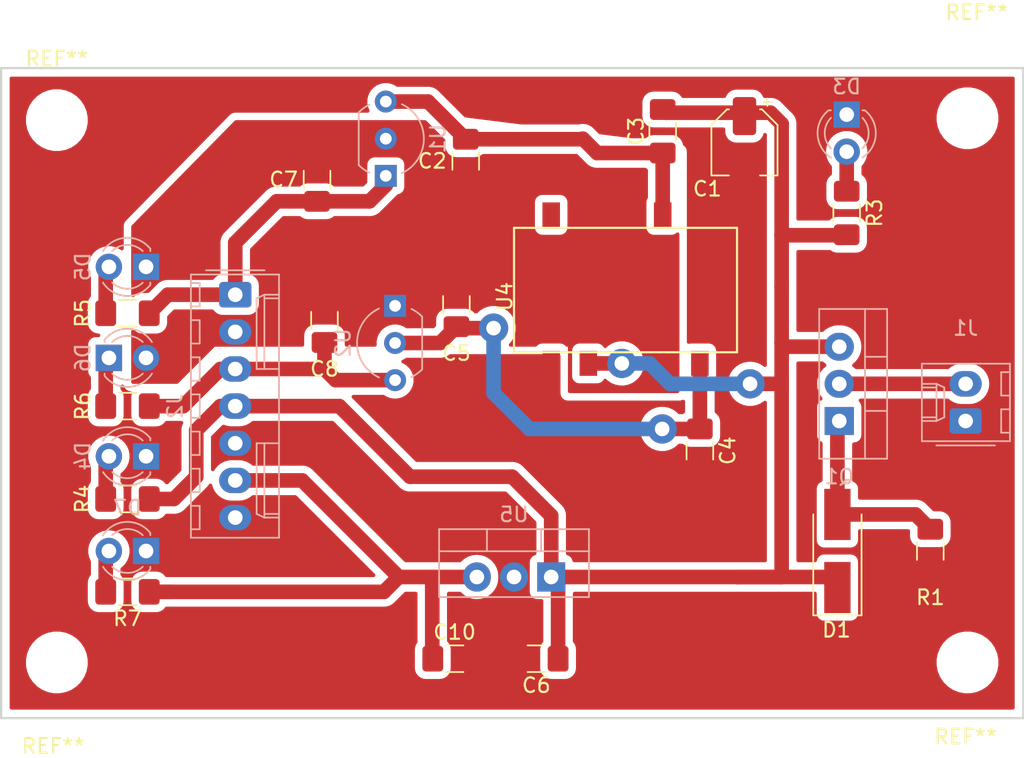
<source format=kicad_pcb>
(kicad_pcb (version 20171130) (host pcbnew "(5.1.4)-1")

  (general
    (thickness 1.6)
    (drawings 4)
    (tracks 93)
    (zones 0)
    (modules 32)
    (nets 16)
  )

  (page User 150.012 200)
  (title_block
    (rev A)
  )

  (layers
    (0 F.Cu signal)
    (31 B.Cu signal)
    (32 B.Adhes user)
    (33 F.Adhes user)
    (34 B.Paste user)
    (35 F.Paste user)
    (36 B.SilkS user)
    (37 F.SilkS user)
    (38 B.Mask user)
    (39 F.Mask user)
    (40 Dwgs.User user)
    (41 Cmts.User user)
    (42 Eco1.User user)
    (43 Eco2.User user)
    (44 Edge.Cuts user)
    (45 Margin user)
    (46 B.CrtYd user)
    (47 F.CrtYd user)
    (48 B.Fab user hide)
    (49 F.Fab user hide)
  )

  (setup
    (last_trace_width 1)
    (user_trace_width 1)
    (user_trace_width 1.5)
    (user_trace_width 2)
    (trace_clearance 0.2)
    (zone_clearance 0.508)
    (zone_45_only no)
    (trace_min 0.2)
    (via_size 0.8)
    (via_drill 0.4)
    (via_min_size 0.4)
    (via_min_drill 0.3)
    (user_via 1.5 1)
    (uvia_size 0.3)
    (uvia_drill 0.1)
    (uvias_allowed no)
    (uvia_min_size 0.2)
    (uvia_min_drill 0.1)
    (edge_width 0.15)
    (segment_width 0.2)
    (pcb_text_width 0.3)
    (pcb_text_size 1.5 1.5)
    (mod_edge_width 0.15)
    (mod_text_size 1 1)
    (mod_text_width 0.15)
    (pad_size 1.905 2)
    (pad_drill 1)
    (pad_to_mask_clearance 0.2)
    (aux_axis_origin 0 0)
    (visible_elements 7FFFFFFF)
    (pcbplotparams
      (layerselection 0x010fc_ffffffff)
      (usegerberextensions false)
      (usegerberattributes false)
      (usegerberadvancedattributes false)
      (creategerberjobfile false)
      (excludeedgelayer true)
      (linewidth 0.100000)
      (plotframeref false)
      (viasonmask false)
      (mode 1)
      (useauxorigin false)
      (hpglpennumber 1)
      (hpglpenspeed 20)
      (hpglpendiameter 15.000000)
      (psnegative false)
      (psa4output false)
      (plotreference true)
      (plotvalue true)
      (plotinvisibletext false)
      (padsonsilk false)
      (subtractmaskfromsilk false)
      (outputformat 1)
      (mirror false)
      (drillshape 1)
      (scaleselection 1)
      (outputdirectory "../"))
  )

  (net 0 "")
  (net 1 VCOM)
  (net 2 +5V)
  (net 3 +12V)
  (net 4 -12V)
  (net 5 +24V)
  (net 6 GNDS)
  (net 7 /+15VA)
  (net 8 /-15VA)
  (net 9 "Net-(D3-Pad2)")
  (net 10 "Net-(D4-Pad2)")
  (net 11 "Net-(D5-Pad2)")
  (net 12 "Net-(D6-Pad1)")
  (net 13 "Net-(D7-Pad2)")
  (net 14 "Net-(J1-Pad2)")
  (net 15 "Net-(D1-Pad2)")

  (net_class Default "This is the default net class."
    (clearance 0.2)
    (trace_width 0.25)
    (via_dia 0.8)
    (via_drill 0.4)
    (uvia_dia 0.3)
    (uvia_drill 0.1)
    (add_net +12V)
    (add_net +24V)
    (add_net +5V)
    (add_net -12V)
    (add_net /+15VA)
    (add_net /-15VA)
    (add_net GNDS)
    (add_net "Net-(D1-Pad2)")
    (add_net "Net-(D3-Pad2)")
    (add_net "Net-(D4-Pad2)")
    (add_net "Net-(D5-Pad2)")
    (add_net "Net-(D6-Pad1)")
    (add_net "Net-(D7-Pad2)")
    (add_net "Net-(J1-Pad2)")
    (add_net "Net-(U4-Pad10)")
    (add_net VCOM)
  )

  (module Package_TO_SOT_THT:TO-92_Inline_Wide locked (layer B.Cu) (tedit 5A02FF81) (tstamp 5DB82FCA)
    (at 66.802 70.104 270)
    (descr "TO-92 leads in-line, wide, drill 0.75mm (see NXP sot054_po.pdf)")
    (tags "to-92 sc-43 sc-43a sot54 PA33 transistor")
    (path /5DC97D14)
    (fp_text reference U2 (at 2.54 3.56 90) (layer B.SilkS)
      (effects (font (size 1 1) (thickness 0.15)) (justify mirror))
    )
    (fp_text value L79L12_TO92 (at 2.54 -2.79 90) (layer B.Fab)
      (effects (font (size 1 1) (thickness 0.15)) (justify mirror))
    )
    (fp_arc (start 2.54 0) (end 4.34 -1.85) (angle 20) (layer B.SilkS) (width 0.12))
    (fp_arc (start 2.54 0) (end 2.54 2.48) (angle 135) (layer B.Fab) (width 0.1))
    (fp_arc (start 2.54 0) (end 2.54 2.48) (angle -135) (layer B.Fab) (width 0.1))
    (fp_arc (start 2.54 0) (end 2.54 2.6) (angle -65) (layer B.SilkS) (width 0.12))
    (fp_arc (start 2.54 0) (end 2.54 2.6) (angle 65) (layer B.SilkS) (width 0.12))
    (fp_arc (start 2.54 0) (end 0.74 -1.85) (angle -20) (layer B.SilkS) (width 0.12))
    (fp_line (start 6.09 -2.01) (end -1.01 -2.01) (layer B.CrtYd) (width 0.05))
    (fp_line (start 6.09 -2.01) (end 6.09 2.73) (layer B.CrtYd) (width 0.05))
    (fp_line (start -1.01 2.73) (end -1.01 -2.01) (layer B.CrtYd) (width 0.05))
    (fp_line (start -1.01 2.73) (end 6.09 2.73) (layer B.CrtYd) (width 0.05))
    (fp_line (start 0.8 -1.75) (end 4.3 -1.75) (layer B.Fab) (width 0.1))
    (fp_line (start 0.74 -1.85) (end 4.34 -1.85) (layer B.SilkS) (width 0.12))
    (fp_text user %R (at 2.54 3.56 90) (layer B.Fab)
      (effects (font (size 1 1) (thickness 0.15)) (justify mirror))
    )
    (pad 1 thru_hole rect (at 0 0 180) (size 1.5 1.5) (drill 0.8) (layers *.Cu *.Mask)
      (net 1 VCOM))
    (pad 3 thru_hole circle (at 5.08 0 180) (size 1.5 1.5) (drill 0.8) (layers *.Cu *.Mask)
      (net 4 -12V))
    (pad 2 thru_hole circle (at 2.54 0 180) (size 1.5 1.5) (drill 0.8) (layers *.Cu *.Mask)
      (net 8 /-15VA))
    (model ${KISYS3DMOD}/Package_TO_SOT_THT.3dshapes/TO-92_Inline_Wide.wrl
      (at (xyz 0 0 0))
      (scale (xyz 1 1 1))
      (rotate (xyz 0 0 0))
    )
  )

  (module Package_TO_SOT_THT:TO-92_Inline_Wide locked (layer B.Cu) (tedit 5A02FF81) (tstamp 5DB8306D)
    (at 66.167 61.214 90)
    (descr "TO-92 leads in-line, wide, drill 0.75mm (see NXP sot054_po.pdf)")
    (tags "to-92 sc-43 sc-43a sot54 PA33 transistor")
    (path /5DC988B3)
    (fp_text reference U1 (at 2.54 3.56 90) (layer B.SilkS)
      (effects (font (size 1 1) (thickness 0.15)) (justify mirror))
    )
    (fp_text value L78L12_TO92 (at 2.54 -2.79 90) (layer B.Fab)
      (effects (font (size 1 1) (thickness 0.15)) (justify mirror))
    )
    (fp_arc (start 2.54 0) (end 4.34 -1.85) (angle 20) (layer B.SilkS) (width 0.12))
    (fp_arc (start 2.54 0) (end 2.54 2.48) (angle 135) (layer B.Fab) (width 0.1))
    (fp_arc (start 2.54 0) (end 2.54 2.48) (angle -135) (layer B.Fab) (width 0.1))
    (fp_arc (start 2.54 0) (end 2.54 2.6) (angle -65) (layer B.SilkS) (width 0.12))
    (fp_arc (start 2.54 0) (end 2.54 2.6) (angle 65) (layer B.SilkS) (width 0.12))
    (fp_arc (start 2.54 0) (end 0.74 -1.85) (angle -20) (layer B.SilkS) (width 0.12))
    (fp_line (start 6.09 -2.01) (end -1.01 -2.01) (layer B.CrtYd) (width 0.05))
    (fp_line (start 6.09 -2.01) (end 6.09 2.73) (layer B.CrtYd) (width 0.05))
    (fp_line (start -1.01 2.73) (end -1.01 -2.01) (layer B.CrtYd) (width 0.05))
    (fp_line (start -1.01 2.73) (end 6.09 2.73) (layer B.CrtYd) (width 0.05))
    (fp_line (start 0.8 -1.75) (end 4.3 -1.75) (layer B.Fab) (width 0.1))
    (fp_line (start 0.74 -1.85) (end 4.34 -1.85) (layer B.SilkS) (width 0.12))
    (fp_text user %R (at 2.54 3.56 90) (layer B.Fab)
      (effects (font (size 1 1) (thickness 0.15)) (justify mirror))
    )
    (pad 1 thru_hole rect (at 0 0) (size 1.5 1.5) (drill 0.8) (layers *.Cu *.Mask)
      (net 3 +12V))
    (pad 3 thru_hole circle (at 5.08 0) (size 1.5 1.5) (drill 0.8) (layers *.Cu *.Mask)
      (net 7 /+15VA))
    (pad 2 thru_hole circle (at 2.54 0) (size 1.5 1.5) (drill 0.8) (layers *.Cu *.Mask)
      (net 1 VCOM))
    (model ${KISYS3DMOD}/Package_TO_SOT_THT.3dshapes/TO-92_Inline_Wide.wrl
      (at (xyz 0 0 0))
      (scale (xyz 1 1 1))
      (rotate (xyz 0 0 0))
    )
  )

  (module Connector_Molex:Molex_KK-254_AE-6410-02A_1x02_P2.54mm_Vertical locked (layer B.Cu) (tedit 5DB81F35) (tstamp 5D9F575A)
    (at 105.791 77.978 90)
    (descr "Molex KK-254 Interconnect System, old/engineering part number: AE-6410-02A example for new part number: 22-27-2021, 2 Pins (http://www.molex.com/pdm_docs/sd/022272021_sd.pdf), generated with kicad-footprint-generator")
    (tags "connector Molex KK-254 side entry")
    (path /5D04F0FF)
    (fp_text reference J1 (at 6.35 0 180) (layer B.SilkS)
      (effects (font (size 1 1) (thickness 0.15)) (justify mirror))
    )
    (fp_text value 24VDC (at 1.27 -4.08 90) (layer B.Fab)
      (effects (font (size 1 1) (thickness 0.15)) (justify mirror))
    )
    (fp_text user %R (at 1.27 2.22 90) (layer B.Fab)
      (effects (font (size 1 1) (thickness 0.15)) (justify mirror))
    )
    (fp_line (start 4.31 3.42) (end -1.77 3.42) (layer B.CrtYd) (width 0.05))
    (fp_line (start 4.31 -3.38) (end 4.31 3.42) (layer B.CrtYd) (width 0.05))
    (fp_line (start -1.77 -3.38) (end 4.31 -3.38) (layer B.CrtYd) (width 0.05))
    (fp_line (start -1.77 3.42) (end -1.77 -3.38) (layer B.CrtYd) (width 0.05))
    (fp_line (start 3.34 2.43) (end 3.34 3.03) (layer B.SilkS) (width 0.12))
    (fp_line (start 1.74 2.43) (end 3.34 2.43) (layer B.SilkS) (width 0.12))
    (fp_line (start 1.74 3.03) (end 1.74 2.43) (layer B.SilkS) (width 0.12))
    (fp_line (start 0.8 2.43) (end 0.8 3.03) (layer B.SilkS) (width 0.12))
    (fp_line (start -0.8 2.43) (end 0.8 2.43) (layer B.SilkS) (width 0.12))
    (fp_line (start -0.8 3.03) (end -0.8 2.43) (layer B.SilkS) (width 0.12))
    (fp_line (start 2.29 -2.99) (end 2.29 -1.99) (layer B.SilkS) (width 0.12))
    (fp_line (start 0.25 -2.99) (end 0.25 -1.99) (layer B.SilkS) (width 0.12))
    (fp_line (start 2.29 -1.46) (end 2.54 -1.99) (layer B.SilkS) (width 0.12))
    (fp_line (start 0.25 -1.46) (end 2.29 -1.46) (layer B.SilkS) (width 0.12))
    (fp_line (start 0 -1.99) (end 0.25 -1.46) (layer B.SilkS) (width 0.12))
    (fp_line (start 2.54 -1.99) (end 2.54 -2.99) (layer B.SilkS) (width 0.12))
    (fp_line (start 0 -1.99) (end 2.54 -1.99) (layer B.SilkS) (width 0.12))
    (fp_line (start 0 -2.99) (end 0 -1.99) (layer B.SilkS) (width 0.12))
    (fp_line (start -0.562893 0) (end -1.27 -0.5) (layer B.Fab) (width 0.1))
    (fp_line (start -1.27 0.5) (end -0.562893 0) (layer B.Fab) (width 0.1))
    (fp_line (start -1.67 2) (end -1.67 -2) (layer B.SilkS) (width 0.12))
    (fp_line (start 3.92 3.03) (end -1.38 3.03) (layer B.SilkS) (width 0.12))
    (fp_line (start 3.92 -2.99) (end 3.92 3.03) (layer B.SilkS) (width 0.12))
    (fp_line (start -1.38 -2.99) (end 3.92 -2.99) (layer B.SilkS) (width 0.12))
    (fp_line (start -1.38 3.03) (end -1.38 -2.99) (layer B.SilkS) (width 0.12))
    (fp_line (start 3.81 2.92) (end -1.27 2.92) (layer B.Fab) (width 0.1))
    (fp_line (start 3.81 -2.88) (end 3.81 2.92) (layer B.Fab) (width 0.1))
    (fp_line (start -1.27 -2.88) (end 3.81 -2.88) (layer B.Fab) (width 0.1))
    (fp_line (start -1.27 2.92) (end -1.27 -2.88) (layer B.Fab) (width 0.1))
    (pad 2 thru_hole oval (at 2.54 0 90) (size 1.74 2.2) (drill 1) (layers *.Cu *.Mask)
      (net 14 "Net-(J1-Pad2)"))
    (pad 1 thru_hole roundrect (at 0 0 90) (size 1.74 2.2) (drill 1) (layers *.Cu *.Mask) (roundrect_rratio 0.144)
      (net 6 GNDS))
    (model ${KISYS3DMOD}/Connector_Molex.3dshapes/Molex_KK-254_AE-6410-02A_1x02_P2.54mm_Vertical.wrl
      (at (xyz 0 0 0))
      (scale (xyz 1 1 1))
      (rotate (xyz 0 0 0))
    )
  )

  (module Capacitor_SMD:C_1206_3216Metric_Pad1.42x1.75mm_HandSolder (layer F.Cu) (tedit 5B301BBE) (tstamp 5DB835E3)
    (at 61.976 71.12 270)
    (descr "Capacitor SMD 1206 (3216 Metric), square (rectangular) end terminal, IPC_7351 nominal with elongated pad for handsoldering. (Body size source: http://www.tortai-tech.com/upload/download/2011102023233369053.pdf), generated with kicad-footprint-generator")
    (tags "capacitor handsolder")
    (path /5DCB6E8A)
    (attr smd)
    (fp_text reference C8 (at 3.302 0 180) (layer F.SilkS)
      (effects (font (size 1 1) (thickness 0.15)))
    )
    (fp_text value 100nF (at 0 1.82 90) (layer F.Fab)
      (effects (font (size 1 1) (thickness 0.15)))
    )
    (fp_text user %R (at 0 0 90) (layer F.Fab)
      (effects (font (size 0.8 0.8) (thickness 0.12)))
    )
    (fp_line (start 2.45 1.12) (end -2.45 1.12) (layer F.CrtYd) (width 0.05))
    (fp_line (start 2.45 -1.12) (end 2.45 1.12) (layer F.CrtYd) (width 0.05))
    (fp_line (start -2.45 -1.12) (end 2.45 -1.12) (layer F.CrtYd) (width 0.05))
    (fp_line (start -2.45 1.12) (end -2.45 -1.12) (layer F.CrtYd) (width 0.05))
    (fp_line (start -0.602064 0.91) (end 0.602064 0.91) (layer F.SilkS) (width 0.12))
    (fp_line (start -0.602064 -0.91) (end 0.602064 -0.91) (layer F.SilkS) (width 0.12))
    (fp_line (start 1.6 0.8) (end -1.6 0.8) (layer F.Fab) (width 0.1))
    (fp_line (start 1.6 -0.8) (end 1.6 0.8) (layer F.Fab) (width 0.1))
    (fp_line (start -1.6 -0.8) (end 1.6 -0.8) (layer F.Fab) (width 0.1))
    (fp_line (start -1.6 0.8) (end -1.6 -0.8) (layer F.Fab) (width 0.1))
    (pad 2 smd roundrect (at 1.4875 0 270) (size 1.425 1.75) (layers F.Cu F.Paste F.Mask) (roundrect_rratio 0.175439)
      (net 4 -12V))
    (pad 1 smd roundrect (at -1.4875 0 270) (size 1.425 1.75) (layers F.Cu F.Paste F.Mask) (roundrect_rratio 0.175439)
      (net 1 VCOM))
    (model ${KISYS3DMOD}/Capacitor_SMD.3dshapes/C_1206_3216Metric.wrl
      (at (xyz 0 0 0))
      (scale (xyz 1 1 1))
      (rotate (xyz 0 0 0))
    )
  )

  (module Capacitor_SMD:C_1206_3216Metric_Pad1.42x1.75mm_HandSolder (layer F.Cu) (tedit 5B301BBE) (tstamp 5DB835D2)
    (at 61.468 61.468 90)
    (descr "Capacitor SMD 1206 (3216 Metric), square (rectangular) end terminal, IPC_7351 nominal with elongated pad for handsoldering. (Body size source: http://www.tortai-tech.com/upload/download/2011102023233369053.pdf), generated with kicad-footprint-generator")
    (tags "capacitor handsolder")
    (path /5DCB7450)
    (attr smd)
    (fp_text reference C7 (at 0 -2.286 180) (layer F.SilkS)
      (effects (font (size 1 1) (thickness 0.15)))
    )
    (fp_text value 100nF (at 0 1.82 90) (layer F.Fab)
      (effects (font (size 1 1) (thickness 0.15)))
    )
    (fp_text user %R (at 0 0 90) (layer F.Fab)
      (effects (font (size 0.8 0.8) (thickness 0.12)))
    )
    (fp_line (start 2.45 1.12) (end -2.45 1.12) (layer F.CrtYd) (width 0.05))
    (fp_line (start 2.45 -1.12) (end 2.45 1.12) (layer F.CrtYd) (width 0.05))
    (fp_line (start -2.45 -1.12) (end 2.45 -1.12) (layer F.CrtYd) (width 0.05))
    (fp_line (start -2.45 1.12) (end -2.45 -1.12) (layer F.CrtYd) (width 0.05))
    (fp_line (start -0.602064 0.91) (end 0.602064 0.91) (layer F.SilkS) (width 0.12))
    (fp_line (start -0.602064 -0.91) (end 0.602064 -0.91) (layer F.SilkS) (width 0.12))
    (fp_line (start 1.6 0.8) (end -1.6 0.8) (layer F.Fab) (width 0.1))
    (fp_line (start 1.6 -0.8) (end 1.6 0.8) (layer F.Fab) (width 0.1))
    (fp_line (start -1.6 -0.8) (end 1.6 -0.8) (layer F.Fab) (width 0.1))
    (fp_line (start -1.6 0.8) (end -1.6 -0.8) (layer F.Fab) (width 0.1))
    (pad 2 smd roundrect (at 1.4875 0 90) (size 1.425 1.75) (layers F.Cu F.Paste F.Mask) (roundrect_rratio 0.175439)
      (net 1 VCOM))
    (pad 1 smd roundrect (at -1.4875 0 90) (size 1.425 1.75) (layers F.Cu F.Paste F.Mask) (roundrect_rratio 0.175439)
      (net 3 +12V))
    (model ${KISYS3DMOD}/Capacitor_SMD.3dshapes/C_1206_3216Metric.wrl
      (at (xyz 0 0 0))
      (scale (xyz 1 1 1))
      (rotate (xyz 0 0 0))
    )
  )

  (module Capacitor_SMD:C_1206_3216Metric_Pad1.42x1.75mm_HandSolder (layer F.Cu) (tedit 5B301BBE) (tstamp 5DB835A1)
    (at 70.993 70.0405 270)
    (descr "Capacitor SMD 1206 (3216 Metric), square (rectangular) end terminal, IPC_7351 nominal with elongated pad for handsoldering. (Body size source: http://www.tortai-tech.com/upload/download/2011102023233369053.pdf), generated with kicad-footprint-generator")
    (tags "capacitor handsolder")
    (path /5DCB680C)
    (attr smd)
    (fp_text reference C5 (at 3.302 0 180) (layer F.SilkS)
      (effects (font (size 1 1) (thickness 0.15)))
    )
    (fp_text value 330nF (at 0 1.82 90) (layer F.Fab)
      (effects (font (size 1 1) (thickness 0.15)))
    )
    (fp_text user %R (at 0 0 90) (layer F.Fab)
      (effects (font (size 0.8 0.8) (thickness 0.12)))
    )
    (fp_line (start 2.45 1.12) (end -2.45 1.12) (layer F.CrtYd) (width 0.05))
    (fp_line (start 2.45 -1.12) (end 2.45 1.12) (layer F.CrtYd) (width 0.05))
    (fp_line (start -2.45 -1.12) (end 2.45 -1.12) (layer F.CrtYd) (width 0.05))
    (fp_line (start -2.45 1.12) (end -2.45 -1.12) (layer F.CrtYd) (width 0.05))
    (fp_line (start -0.602064 0.91) (end 0.602064 0.91) (layer F.SilkS) (width 0.12))
    (fp_line (start -0.602064 -0.91) (end 0.602064 -0.91) (layer F.SilkS) (width 0.12))
    (fp_line (start 1.6 0.8) (end -1.6 0.8) (layer F.Fab) (width 0.1))
    (fp_line (start 1.6 -0.8) (end 1.6 0.8) (layer F.Fab) (width 0.1))
    (fp_line (start -1.6 -0.8) (end 1.6 -0.8) (layer F.Fab) (width 0.1))
    (fp_line (start -1.6 0.8) (end -1.6 -0.8) (layer F.Fab) (width 0.1))
    (pad 2 smd roundrect (at 1.4875 0 270) (size 1.425 1.75) (layers F.Cu F.Paste F.Mask) (roundrect_rratio 0.175439)
      (net 8 /-15VA))
    (pad 1 smd roundrect (at -1.4875 0 270) (size 1.425 1.75) (layers F.Cu F.Paste F.Mask) (roundrect_rratio 0.175439)
      (net 1 VCOM))
    (model ${KISYS3DMOD}/Capacitor_SMD.3dshapes/C_1206_3216Metric.wrl
      (at (xyz 0 0 0))
      (scale (xyz 1 1 1))
      (rotate (xyz 0 0 0))
    )
  )

  (module Capacitor_SMD:C_1206_3216Metric_Pad1.42x1.75mm_HandSolder (layer F.Cu) (tedit 5B301BBE) (tstamp 5DB83550)
    (at 71.628 60.198 270)
    (descr "Capacitor SMD 1206 (3216 Metric), square (rectangular) end terminal, IPC_7351 nominal with elongated pad for handsoldering. (Body size source: http://www.tortai-tech.com/upload/download/2011102023233369053.pdf), generated with kicad-footprint-generator")
    (tags "capacitor handsolder")
    (path /5DCA6030)
    (attr smd)
    (fp_text reference C2 (at 0 2.286 180) (layer F.SilkS)
      (effects (font (size 1 1) (thickness 0.15)))
    )
    (fp_text value 330nF (at 0 1.82 90) (layer F.Fab)
      (effects (font (size 1 1) (thickness 0.15)))
    )
    (fp_text user %R (at 0 0 90) (layer F.Fab)
      (effects (font (size 0.8 0.8) (thickness 0.12)))
    )
    (fp_line (start 2.45 1.12) (end -2.45 1.12) (layer F.CrtYd) (width 0.05))
    (fp_line (start 2.45 -1.12) (end 2.45 1.12) (layer F.CrtYd) (width 0.05))
    (fp_line (start -2.45 -1.12) (end 2.45 -1.12) (layer F.CrtYd) (width 0.05))
    (fp_line (start -2.45 1.12) (end -2.45 -1.12) (layer F.CrtYd) (width 0.05))
    (fp_line (start -0.602064 0.91) (end 0.602064 0.91) (layer F.SilkS) (width 0.12))
    (fp_line (start -0.602064 -0.91) (end 0.602064 -0.91) (layer F.SilkS) (width 0.12))
    (fp_line (start 1.6 0.8) (end -1.6 0.8) (layer F.Fab) (width 0.1))
    (fp_line (start 1.6 -0.8) (end 1.6 0.8) (layer F.Fab) (width 0.1))
    (fp_line (start -1.6 -0.8) (end 1.6 -0.8) (layer F.Fab) (width 0.1))
    (fp_line (start -1.6 0.8) (end -1.6 -0.8) (layer F.Fab) (width 0.1))
    (pad 2 smd roundrect (at 1.4875 0 270) (size 1.425 1.75) (layers F.Cu F.Paste F.Mask) (roundrect_rratio 0.175439)
      (net 1 VCOM))
    (pad 1 smd roundrect (at -1.4875 0 270) (size 1.425 1.75) (layers F.Cu F.Paste F.Mask) (roundrect_rratio 0.175439)
      (net 7 /+15VA))
    (model ${KISYS3DMOD}/Capacitor_SMD.3dshapes/C_1206_3216Metric.wrl
      (at (xyz 0 0 0))
      (scale (xyz 1 1 1))
      (rotate (xyz 0 0 0))
    )
  )

  (module Resistor_SMD:R_1206_3216Metric_Pad1.42x1.75mm_HandSolder (layer F.Cu) (tedit 5B301BBD) (tstamp 5DB7FBC5)
    (at 103.378 86.868 270)
    (descr "Resistor SMD 1206 (3216 Metric), square (rectangular) end terminal, IPC_7351 nominal with elongated pad for handsoldering. (Body size source: http://www.tortai-tech.com/upload/download/2011102023233369053.pdf), generated with kicad-footprint-generator")
    (tags "resistor handsolder")
    (path /5DC13F74)
    (attr smd)
    (fp_text reference R1 (at 3.175 0 180) (layer F.SilkS)
      (effects (font (size 1 1) (thickness 0.15)))
    )
    (fp_text value 100K (at 0 1.82 90) (layer F.Fab)
      (effects (font (size 1 1) (thickness 0.15)))
    )
    (fp_text user %R (at 0 0 90) (layer F.Fab)
      (effects (font (size 0.8 0.8) (thickness 0.12)))
    )
    (fp_line (start 2.45 1.12) (end -2.45 1.12) (layer F.CrtYd) (width 0.05))
    (fp_line (start 2.45 -1.12) (end 2.45 1.12) (layer F.CrtYd) (width 0.05))
    (fp_line (start -2.45 -1.12) (end 2.45 -1.12) (layer F.CrtYd) (width 0.05))
    (fp_line (start -2.45 1.12) (end -2.45 -1.12) (layer F.CrtYd) (width 0.05))
    (fp_line (start -0.602064 0.91) (end 0.602064 0.91) (layer F.SilkS) (width 0.12))
    (fp_line (start -0.602064 -0.91) (end 0.602064 -0.91) (layer F.SilkS) (width 0.12))
    (fp_line (start 1.6 0.8) (end -1.6 0.8) (layer F.Fab) (width 0.1))
    (fp_line (start 1.6 -0.8) (end 1.6 0.8) (layer F.Fab) (width 0.1))
    (fp_line (start -1.6 -0.8) (end 1.6 -0.8) (layer F.Fab) (width 0.1))
    (fp_line (start -1.6 0.8) (end -1.6 -0.8) (layer F.Fab) (width 0.1))
    (pad 2 smd roundrect (at 1.4875 0 270) (size 1.425 1.75) (layers F.Cu F.Paste F.Mask) (roundrect_rratio 0.175439)
      (net 6 GNDS))
    (pad 1 smd roundrect (at -1.4875 0 270) (size 1.425 1.75) (layers F.Cu F.Paste F.Mask) (roundrect_rratio 0.175439)
      (net 15 "Net-(D1-Pad2)"))
    (model ${KISYS3DMOD}/Resistor_SMD.3dshapes/R_1206_3216Metric.wrl
      (at (xyz 0 0 0))
      (scale (xyz 1 1 1))
      (rotate (xyz 0 0 0))
    )
  )

  (module Diode_SMD:D_SMA_Handsoldering (layer F.Cu) (tedit 58643398) (tstamp 5DB7F9DA)
    (at 97.028 86.868 90)
    (descr "Diode SMA (DO-214AC) Handsoldering")
    (tags "Diode SMA (DO-214AC) Handsoldering")
    (path /5DC13442)
    (attr smd)
    (fp_text reference D1 (at -5.3975 -0.0635 180) (layer F.SilkS)
      (effects (font (size 1 1) (thickness 0.15)))
    )
    (fp_text value BZT52C5V1 (at 0 2.6 90) (layer F.Fab)
      (effects (font (size 1 1) (thickness 0.15)))
    )
    (fp_line (start -4.4 -1.65) (end 2.5 -1.65) (layer F.SilkS) (width 0.12))
    (fp_line (start -4.4 1.65) (end 2.5 1.65) (layer F.SilkS) (width 0.12))
    (fp_line (start -0.64944 0.00102) (end 0.50118 -0.79908) (layer F.Fab) (width 0.1))
    (fp_line (start -0.64944 0.00102) (end 0.50118 0.75032) (layer F.Fab) (width 0.1))
    (fp_line (start 0.50118 0.75032) (end 0.50118 -0.79908) (layer F.Fab) (width 0.1))
    (fp_line (start -0.64944 -0.79908) (end -0.64944 0.80112) (layer F.Fab) (width 0.1))
    (fp_line (start 0.50118 0.00102) (end 1.4994 0.00102) (layer F.Fab) (width 0.1))
    (fp_line (start -0.64944 0.00102) (end -1.55114 0.00102) (layer F.Fab) (width 0.1))
    (fp_line (start -4.5 1.75) (end -4.5 -1.75) (layer F.CrtYd) (width 0.05))
    (fp_line (start 4.5 1.75) (end -4.5 1.75) (layer F.CrtYd) (width 0.05))
    (fp_line (start 4.5 -1.75) (end 4.5 1.75) (layer F.CrtYd) (width 0.05))
    (fp_line (start -4.5 -1.75) (end 4.5 -1.75) (layer F.CrtYd) (width 0.05))
    (fp_line (start 2.3 -1.5) (end -2.3 -1.5) (layer F.Fab) (width 0.1))
    (fp_line (start 2.3 -1.5) (end 2.3 1.5) (layer F.Fab) (width 0.1))
    (fp_line (start -2.3 1.5) (end -2.3 -1.5) (layer F.Fab) (width 0.1))
    (fp_line (start 2.3 1.5) (end -2.3 1.5) (layer F.Fab) (width 0.1))
    (fp_line (start -4.4 -1.65) (end -4.4 1.65) (layer F.SilkS) (width 0.12))
    (fp_text user %R (at 0 -2.5 90) (layer F.Fab)
      (effects (font (size 1 1) (thickness 0.15)))
    )
    (pad 2 smd rect (at 2.5 0 90) (size 3.5 1.8) (layers F.Cu F.Paste F.Mask)
      (net 15 "Net-(D1-Pad2)"))
    (pad 1 smd rect (at -2.5 0 90) (size 3.5 1.8) (layers F.Cu F.Paste F.Mask)
      (net 5 +24V))
    (model ${KISYS3DMOD}/Diode_SMD.3dshapes/D_SMA.wrl
      (at (xyz 0 0 0))
      (scale (xyz 1 1 1))
      (rotate (xyz 0 0 0))
    )
  )

  (module Capacitor_SMD:C_1206_3216Metric_Pad1.42x1.75mm_HandSolder (layer F.Cu) (tedit 5B301BBE) (tstamp 5DB8522F)
    (at 85.09 58.166 90)
    (descr "Capacitor SMD 1206 (3216 Metric), square (rectangular) end terminal, IPC_7351 nominal with elongated pad for handsoldering. (Body size source: http://www.tortai-tech.com/upload/download/2011102023233369053.pdf), generated with kicad-footprint-generator")
    (tags "capacitor handsolder")
    (path /5CFB93CF)
    (attr smd)
    (fp_text reference C3 (at 0 -1.82 90) (layer F.SilkS)
      (effects (font (size 1 1) (thickness 0.15)))
    )
    (fp_text value 33p (at 0 1.82 90) (layer F.Fab)
      (effects (font (size 1 1) (thickness 0.15)))
    )
    (fp_text user %R (at 0 0 90) (layer F.Fab)
      (effects (font (size 0.8 0.8) (thickness 0.12)))
    )
    (fp_line (start 2.45 1.12) (end -2.45 1.12) (layer F.CrtYd) (width 0.05))
    (fp_line (start 2.45 -1.12) (end 2.45 1.12) (layer F.CrtYd) (width 0.05))
    (fp_line (start -2.45 -1.12) (end 2.45 -1.12) (layer F.CrtYd) (width 0.05))
    (fp_line (start -2.45 1.12) (end -2.45 -1.12) (layer F.CrtYd) (width 0.05))
    (fp_line (start -0.602064 0.91) (end 0.602064 0.91) (layer F.SilkS) (width 0.12))
    (fp_line (start -0.602064 -0.91) (end 0.602064 -0.91) (layer F.SilkS) (width 0.12))
    (fp_line (start 1.6 0.8) (end -1.6 0.8) (layer F.Fab) (width 0.1))
    (fp_line (start 1.6 -0.8) (end 1.6 0.8) (layer F.Fab) (width 0.1))
    (fp_line (start -1.6 -0.8) (end 1.6 -0.8) (layer F.Fab) (width 0.1))
    (fp_line (start -1.6 0.8) (end -1.6 -0.8) (layer F.Fab) (width 0.1))
    (pad 2 smd roundrect (at 1.4875 0 90) (size 1.425 1.75) (layers F.Cu F.Paste F.Mask) (roundrect_rratio 0.175439)
      (net 5 +24V))
    (pad 1 smd roundrect (at -1.4875 0 90) (size 1.425 1.75) (layers F.Cu F.Paste F.Mask) (roundrect_rratio 0.175439)
      (net 7 /+15VA))
    (model ${KISYS3DMOD}/Capacitor_SMD.3dshapes/C_1206_3216Metric.wrl
      (at (xyz 0 0 0))
      (scale (xyz 1 1 1))
      (rotate (xyz 0 0 0))
    )
  )

  (module Capacitor_SMD:CP_Elec_4x5.7 (layer F.Cu) (tedit 5BCA39CF) (tstamp 5DB7F89B)
    (at 90.678 58.928 270)
    (descr "SMD capacitor, aluminum electrolytic, United Chemi-Con, 4.0x5.7mm")
    (tags "capacitor electrolytic")
    (path /5CFBC0DA)
    (attr smd)
    (fp_text reference C1 (at 3.175 2.54 180) (layer F.SilkS)
      (effects (font (size 1 1) (thickness 0.15)))
    )
    (fp_text value 4.7uF (at 0 3.2 90) (layer F.Fab)
      (effects (font (size 1 1) (thickness 0.15)))
    )
    (fp_text user %R (at 0 0 90) (layer F.Fab)
      (effects (font (size 0.8 0.8) (thickness 0.12)))
    )
    (fp_line (start -3.35 1.05) (end -2.4 1.05) (layer F.CrtYd) (width 0.05))
    (fp_line (start -3.35 -1.05) (end -3.35 1.05) (layer F.CrtYd) (width 0.05))
    (fp_line (start -2.4 -1.05) (end -3.35 -1.05) (layer F.CrtYd) (width 0.05))
    (fp_line (start -2.4 1.05) (end -2.4 1.25) (layer F.CrtYd) (width 0.05))
    (fp_line (start -2.4 -1.25) (end -2.4 -1.05) (layer F.CrtYd) (width 0.05))
    (fp_line (start -2.4 -1.25) (end -1.25 -2.4) (layer F.CrtYd) (width 0.05))
    (fp_line (start -2.4 1.25) (end -1.25 2.4) (layer F.CrtYd) (width 0.05))
    (fp_line (start -1.25 -2.4) (end 2.4 -2.4) (layer F.CrtYd) (width 0.05))
    (fp_line (start -1.25 2.4) (end 2.4 2.4) (layer F.CrtYd) (width 0.05))
    (fp_line (start 2.4 1.05) (end 2.4 2.4) (layer F.CrtYd) (width 0.05))
    (fp_line (start 3.35 1.05) (end 2.4 1.05) (layer F.CrtYd) (width 0.05))
    (fp_line (start 3.35 -1.05) (end 3.35 1.05) (layer F.CrtYd) (width 0.05))
    (fp_line (start 2.4 -1.05) (end 3.35 -1.05) (layer F.CrtYd) (width 0.05))
    (fp_line (start 2.4 -2.4) (end 2.4 -1.05) (layer F.CrtYd) (width 0.05))
    (fp_line (start -2.75 -1.81) (end -2.75 -1.31) (layer F.SilkS) (width 0.12))
    (fp_line (start -3 -1.56) (end -2.5 -1.56) (layer F.SilkS) (width 0.12))
    (fp_line (start -2.26 1.195563) (end -1.195563 2.26) (layer F.SilkS) (width 0.12))
    (fp_line (start -2.26 -1.195563) (end -1.195563 -2.26) (layer F.SilkS) (width 0.12))
    (fp_line (start -2.26 -1.195563) (end -2.26 -1.06) (layer F.SilkS) (width 0.12))
    (fp_line (start -2.26 1.195563) (end -2.26 1.06) (layer F.SilkS) (width 0.12))
    (fp_line (start -1.195563 2.26) (end 2.26 2.26) (layer F.SilkS) (width 0.12))
    (fp_line (start -1.195563 -2.26) (end 2.26 -2.26) (layer F.SilkS) (width 0.12))
    (fp_line (start 2.26 -2.26) (end 2.26 -1.06) (layer F.SilkS) (width 0.12))
    (fp_line (start 2.26 2.26) (end 2.26 1.06) (layer F.SilkS) (width 0.12))
    (fp_line (start -1.374773 -1.2) (end -1.374773 -0.8) (layer F.Fab) (width 0.1))
    (fp_line (start -1.574773 -1) (end -1.174773 -1) (layer F.Fab) (width 0.1))
    (fp_line (start -2.15 1.15) (end -1.15 2.15) (layer F.Fab) (width 0.1))
    (fp_line (start -2.15 -1.15) (end -1.15 -2.15) (layer F.Fab) (width 0.1))
    (fp_line (start -2.15 -1.15) (end -2.15 1.15) (layer F.Fab) (width 0.1))
    (fp_line (start -1.15 2.15) (end 2.15 2.15) (layer F.Fab) (width 0.1))
    (fp_line (start -1.15 -2.15) (end 2.15 -2.15) (layer F.Fab) (width 0.1))
    (fp_line (start 2.15 -2.15) (end 2.15 2.15) (layer F.Fab) (width 0.1))
    (fp_circle (center 0 0) (end 2 0) (layer F.Fab) (width 0.1))
    (pad 2 smd roundrect (at 1.8 0 270) (size 2.6 1.6) (layers F.Cu F.Paste F.Mask) (roundrect_rratio 0.15625)
      (net 6 GNDS))
    (pad 1 smd roundrect (at -1.8 0 270) (size 2.6 1.6) (layers F.Cu F.Paste F.Mask) (roundrect_rratio 0.15625)
      (net 5 +24V))
    (model ${KISYS3DMOD}/Capacitor_SMD.3dshapes/CP_Elec_4x5.7.wrl
      (at (xyz 0 0 0))
      (scale (xyz 1 1 1))
      (rotate (xyz 0 0 0))
    )
  )

  (module Package_TO_SOT_THT:TO-220-3_Vertical locked (layer B.Cu) (tedit 5DB85C9F) (tstamp 5DB8661B)
    (at 97.155 77.978 90)
    (descr "TO-220-3, Vertical, RM 2.54mm, see https://www.vishay.com/docs/66542/to-220-1.pdf")
    (tags "TO-220-3 Vertical RM 2.54mm")
    (path /5DBFB79C)
    (fp_text reference Q1 (at -3.81 0 180) (layer B.SilkS)
      (effects (font (size 1 1) (thickness 0.15)) (justify mirror))
    )
    (fp_text value IRF9540N (at 2.54 -2.5 270) (layer B.Fab)
      (effects (font (size 1 1) (thickness 0.15)) (justify mirror))
    )
    (fp_text user %R (at 2.54 4.27 270) (layer B.Fab)
      (effects (font (size 1 1) (thickness 0.15)) (justify mirror))
    )
    (fp_line (start 7.79 3.4) (end -2.71 3.4) (layer B.CrtYd) (width 0.05))
    (fp_line (start 7.79 -1.51) (end 7.79 3.4) (layer B.CrtYd) (width 0.05))
    (fp_line (start -2.71 -1.51) (end 7.79 -1.51) (layer B.CrtYd) (width 0.05))
    (fp_line (start -2.71 3.4) (end -2.71 -1.51) (layer B.CrtYd) (width 0.05))
    (fp_line (start 4.391 3.27) (end 4.391 1.76) (layer B.SilkS) (width 0.12))
    (fp_line (start 0.69 3.27) (end 0.69 1.76) (layer B.SilkS) (width 0.12))
    (fp_line (start -2.58 1.76) (end 7.66 1.76) (layer B.SilkS) (width 0.12))
    (fp_line (start 7.66 3.27) (end 7.66 -1.371) (layer B.SilkS) (width 0.12))
    (fp_line (start -2.58 3.27) (end -2.58 -1.371) (layer B.SilkS) (width 0.12))
    (fp_line (start -2.58 -1.371) (end 7.66 -1.371) (layer B.SilkS) (width 0.12))
    (fp_line (start -2.58 3.27) (end 7.66 3.27) (layer B.SilkS) (width 0.12))
    (fp_line (start 4.39 3.15) (end 4.39 1.88) (layer B.Fab) (width 0.1))
    (fp_line (start 0.69 3.15) (end 0.69 1.88) (layer B.Fab) (width 0.1))
    (fp_line (start -2.46 1.88) (end 7.54 1.88) (layer B.Fab) (width 0.1))
    (fp_line (start 7.54 3.15) (end -2.46 3.15) (layer B.Fab) (width 0.1))
    (fp_line (start 7.54 -1.25) (end 7.54 3.15) (layer B.Fab) (width 0.1))
    (fp_line (start -2.46 -1.25) (end 7.54 -1.25) (layer B.Fab) (width 0.1))
    (fp_line (start -2.46 3.15) (end -2.46 -1.25) (layer B.Fab) (width 0.1))
    (pad 3 thru_hole oval (at 5.08 0 90) (size 1.905 2) (drill 1) (layers *.Cu *.Mask)
      (net 5 +24V))
    (pad 2 thru_hole oval (at 2.54 0 90) (size 1.905 2) (drill 1) (layers *.Cu *.Mask)
      (net 14 "Net-(J1-Pad2)"))
    (pad 1 thru_hole rect (at 0 0 90) (size 1.905 2) (drill 1) (layers *.Cu *.Mask)
      (net 15 "Net-(D1-Pad2)"))
    (model ${KISYS3DMOD}/Package_TO_SOT_THT.3dshapes/TO-220-3_Vertical.wrl
      (at (xyz 0 0 0))
      (scale (xyz 1 1 1))
      (rotate (xyz 0 0 0))
    )
    (model "${KIPRJMOD}/lib/3D/ALSRobot-Heatsink TO220.step"
      (offset (xyz 2.5 4.5 12.25))
      (scale (xyz 1 1 1))
      (rotate (xyz -90 0 0))
    )
  )

  (module Capacitor_SMD:C_1206_3216Metric_Pad1.42x1.75mm_HandSolder (layer F.Cu) (tedit 5B301BBE) (tstamp 5D9F5417)
    (at 70.866 94.234)
    (descr "Capacitor SMD 1206 (3216 Metric), square (rectangular) end terminal, IPC_7351 nominal with elongated pad for handsoldering. (Body size source: http://www.tortai-tech.com/upload/download/2011102023233369053.pdf), generated with kicad-footprint-generator")
    (tags "capacitor handsolder")
    (path /5D94D361)
    (attr smd)
    (fp_text reference C10 (at 0 -1.82) (layer F.SilkS)
      (effects (font (size 1 1) (thickness 0.15)))
    )
    (fp_text value 100nF (at 0 1.82) (layer F.Fab)
      (effects (font (size 1 1) (thickness 0.15)))
    )
    (fp_text user %R (at 0 0) (layer F.Fab)
      (effects (font (size 0.8 0.8) (thickness 0.12)))
    )
    (fp_line (start 2.45 1.12) (end -2.45 1.12) (layer F.CrtYd) (width 0.05))
    (fp_line (start 2.45 -1.12) (end 2.45 1.12) (layer F.CrtYd) (width 0.05))
    (fp_line (start -2.45 -1.12) (end 2.45 -1.12) (layer F.CrtYd) (width 0.05))
    (fp_line (start -2.45 1.12) (end -2.45 -1.12) (layer F.CrtYd) (width 0.05))
    (fp_line (start -0.602064 0.91) (end 0.602064 0.91) (layer F.SilkS) (width 0.12))
    (fp_line (start -0.602064 -0.91) (end 0.602064 -0.91) (layer F.SilkS) (width 0.12))
    (fp_line (start 1.6 0.8) (end -1.6 0.8) (layer F.Fab) (width 0.1))
    (fp_line (start 1.6 -0.8) (end 1.6 0.8) (layer F.Fab) (width 0.1))
    (fp_line (start -1.6 -0.8) (end 1.6 -0.8) (layer F.Fab) (width 0.1))
    (fp_line (start -1.6 0.8) (end -1.6 -0.8) (layer F.Fab) (width 0.1))
    (pad 2 smd roundrect (at 1.4875 0) (size 1.425 1.75) (layers F.Cu F.Paste F.Mask) (roundrect_rratio 0.175439)
      (net 6 GNDS))
    (pad 1 smd roundrect (at -1.4875 0) (size 1.425 1.75) (layers F.Cu F.Paste F.Mask) (roundrect_rratio 0.175439)
      (net 2 +5V))
    (model ${KISYS3DMOD}/Capacitor_SMD.3dshapes/C_1206_3216Metric.wrl
      (at (xyz 0 0 0))
      (scale (xyz 1 1 1))
      (rotate (xyz 0 0 0))
    )
  )

  (module Capacitor_SMD:C_1206_3216Metric_Pad1.42x1.75mm_HandSolder (layer F.Cu) (tedit 5B301BBE) (tstamp 5D9F5E97)
    (at 76.454 94.234 180)
    (descr "Capacitor SMD 1206 (3216 Metric), square (rectangular) end terminal, IPC_7351 nominal with elongated pad for handsoldering. (Body size source: http://www.tortai-tech.com/upload/download/2011102023233369053.pdf), generated with kicad-footprint-generator")
    (tags "capacitor handsolder")
    (path /5D94D325)
    (attr smd)
    (fp_text reference C6 (at 0 -1.82) (layer F.SilkS)
      (effects (font (size 1 1) (thickness 0.15)))
    )
    (fp_text value 220nF (at 0 1.82) (layer F.Fab)
      (effects (font (size 1 1) (thickness 0.15)))
    )
    (fp_text user %R (at 0 0) (layer F.Fab)
      (effects (font (size 0.8 0.8) (thickness 0.12)))
    )
    (fp_line (start 2.45 1.12) (end -2.45 1.12) (layer F.CrtYd) (width 0.05))
    (fp_line (start 2.45 -1.12) (end 2.45 1.12) (layer F.CrtYd) (width 0.05))
    (fp_line (start -2.45 -1.12) (end 2.45 -1.12) (layer F.CrtYd) (width 0.05))
    (fp_line (start -2.45 1.12) (end -2.45 -1.12) (layer F.CrtYd) (width 0.05))
    (fp_line (start -0.602064 0.91) (end 0.602064 0.91) (layer F.SilkS) (width 0.12))
    (fp_line (start -0.602064 -0.91) (end 0.602064 -0.91) (layer F.SilkS) (width 0.12))
    (fp_line (start 1.6 0.8) (end -1.6 0.8) (layer F.Fab) (width 0.1))
    (fp_line (start 1.6 -0.8) (end 1.6 0.8) (layer F.Fab) (width 0.1))
    (fp_line (start -1.6 -0.8) (end 1.6 -0.8) (layer F.Fab) (width 0.1))
    (fp_line (start -1.6 0.8) (end -1.6 -0.8) (layer F.Fab) (width 0.1))
    (pad 2 smd roundrect (at 1.4875 0 180) (size 1.425 1.75) (layers F.Cu F.Paste F.Mask) (roundrect_rratio 0.175439)
      (net 6 GNDS))
    (pad 1 smd roundrect (at -1.4875 0 180) (size 1.425 1.75) (layers F.Cu F.Paste F.Mask) (roundrect_rratio 0.175439)
      (net 5 +24V))
    (model ${KISYS3DMOD}/Capacitor_SMD.3dshapes/C_1206_3216Metric.wrl
      (at (xyz 0 0 0))
      (scale (xyz 1 1 1))
      (rotate (xyz 0 0 0))
    )
  )

  (module LED_THT:LED_D3.0mm locked (layer B.Cu) (tedit 5DB8213A) (tstamp 5D9F5941)
    (at 49.784 67.437 180)
    (descr "LED, diameter 3.0mm, 2 pins")
    (tags "LED diameter 3.0mm 2 pins")
    (path /5DA723DF)
    (fp_text reference D5 (at 4.318 0 270) (layer B.SilkS)
      (effects (font (size 1 1) (thickness 0.15)) (justify mirror))
    )
    (fp_text value LED (at 1.27 -2.96) (layer B.Fab)
      (effects (font (size 1 1) (thickness 0.15)) (justify mirror))
    )
    (fp_line (start 3.7 2.25) (end -1.15 2.25) (layer B.CrtYd) (width 0.05))
    (fp_line (start 3.7 -2.25) (end 3.7 2.25) (layer B.CrtYd) (width 0.05))
    (fp_line (start -1.15 -2.25) (end 3.7 -2.25) (layer B.CrtYd) (width 0.05))
    (fp_line (start -1.15 2.25) (end -1.15 -2.25) (layer B.CrtYd) (width 0.05))
    (fp_line (start -0.29 -1.08) (end -0.29 -1.236) (layer B.SilkS) (width 0.12))
    (fp_line (start -0.29 1.236) (end -0.29 1.08) (layer B.SilkS) (width 0.12))
    (fp_line (start -0.23 1.16619) (end -0.23 -1.16619) (layer B.Fab) (width 0.1))
    (fp_circle (center 1.27 0) (end 2.77 0) (layer B.Fab) (width 0.1))
    (fp_arc (start 1.27 0) (end 0.229039 -1.08) (angle 87.9) (layer B.SilkS) (width 0.12))
    (fp_arc (start 1.27 0) (end 0.229039 1.08) (angle -87.9) (layer B.SilkS) (width 0.12))
    (fp_arc (start 1.27 0) (end -0.29 -1.235516) (angle 108.8) (layer B.SilkS) (width 0.12))
    (fp_arc (start 1.27 0) (end -0.29 1.235516) (angle -108.8) (layer B.SilkS) (width 0.12))
    (fp_arc (start 1.27 0) (end -0.23 1.16619) (angle -284.3) (layer B.Fab) (width 0.1))
    (pad 2 thru_hole circle (at 2.54 0 180) (size 1.8 1.8) (drill 1) (layers *.Cu *.Mask)
      (net 11 "Net-(D5-Pad2)"))
    (pad 1 thru_hole rect (at 0 0 180) (size 1.8 1.8) (drill 1) (layers *.Cu *.Mask)
      (net 1 VCOM))
    (model ${KISYS3DMOD}/LED_THT.3dshapes/LED_D3.0mm.wrl
      (at (xyz 0 0 0))
      (scale (xyz 1 1 1))
      (rotate (xyz 0 0 0))
    )
  )

  (module Resistor_SMD:R_1206_3216Metric_Pad1.42x1.75mm_HandSolder (layer F.Cu) (tedit 5B301BBD) (tstamp 5D9F5AA1)
    (at 48.514 89.662 180)
    (descr "Resistor SMD 1206 (3216 Metric), square (rectangular) end terminal, IPC_7351 nominal with elongated pad for handsoldering. (Body size source: http://www.tortai-tech.com/upload/download/2011102023233369053.pdf), generated with kicad-footprint-generator")
    (tags "resistor handsolder")
    (path /5DA5642F)
    (attr smd)
    (fp_text reference R7 (at 0 -1.82) (layer F.SilkS)
      (effects (font (size 1 1) (thickness 0.15)))
    )
    (fp_text value 1K2 (at 0 1.82) (layer F.Fab)
      (effects (font (size 1 1) (thickness 0.15)))
    )
    (fp_text user %R (at 0 0) (layer F.Fab)
      (effects (font (size 0.8 0.8) (thickness 0.12)))
    )
    (fp_line (start 2.45 1.12) (end -2.45 1.12) (layer F.CrtYd) (width 0.05))
    (fp_line (start 2.45 -1.12) (end 2.45 1.12) (layer F.CrtYd) (width 0.05))
    (fp_line (start -2.45 -1.12) (end 2.45 -1.12) (layer F.CrtYd) (width 0.05))
    (fp_line (start -2.45 1.12) (end -2.45 -1.12) (layer F.CrtYd) (width 0.05))
    (fp_line (start -0.602064 0.91) (end 0.602064 0.91) (layer F.SilkS) (width 0.12))
    (fp_line (start -0.602064 -0.91) (end 0.602064 -0.91) (layer F.SilkS) (width 0.12))
    (fp_line (start 1.6 0.8) (end -1.6 0.8) (layer F.Fab) (width 0.1))
    (fp_line (start 1.6 -0.8) (end 1.6 0.8) (layer F.Fab) (width 0.1))
    (fp_line (start -1.6 -0.8) (end 1.6 -0.8) (layer F.Fab) (width 0.1))
    (fp_line (start -1.6 0.8) (end -1.6 -0.8) (layer F.Fab) (width 0.1))
    (pad 2 smd roundrect (at 1.4875 0 180) (size 1.425 1.75) (layers F.Cu F.Paste F.Mask) (roundrect_rratio 0.175439)
      (net 13 "Net-(D7-Pad2)"))
    (pad 1 smd roundrect (at -1.4875 0 180) (size 1.425 1.75) (layers F.Cu F.Paste F.Mask) (roundrect_rratio 0.175439)
      (net 2 +5V))
    (model ${KISYS3DMOD}/Resistor_SMD.3dshapes/R_1206_3216Metric.wrl
      (at (xyz 0 0 0))
      (scale (xyz 1 1 1))
      (rotate (xyz 0 0 0))
    )
  )

  (module Resistor_SMD:R_1206_3216Metric_Pad1.42x1.75mm_HandSolder (layer F.Cu) (tedit 5B301BBD) (tstamp 5D9F5A71)
    (at 48.514 76.962 180)
    (descr "Resistor SMD 1206 (3216 Metric), square (rectangular) end terminal, IPC_7351 nominal with elongated pad for handsoldering. (Body size source: http://www.tortai-tech.com/upload/download/2011102023233369053.pdf), generated with kicad-footprint-generator")
    (tags "resistor handsolder")
    (path /5DA5618A)
    (attr smd)
    (fp_text reference R6 (at 3.048 0 90) (layer F.SilkS)
      (effects (font (size 1 1) (thickness 0.15)))
    )
    (fp_text value 4K7 (at 0 1.82) (layer F.Fab)
      (effects (font (size 1 1) (thickness 0.15)))
    )
    (fp_text user %R (at 0 0) (layer F.Fab)
      (effects (font (size 0.8 0.8) (thickness 0.12)))
    )
    (fp_line (start 2.45 1.12) (end -2.45 1.12) (layer F.CrtYd) (width 0.05))
    (fp_line (start 2.45 -1.12) (end 2.45 1.12) (layer F.CrtYd) (width 0.05))
    (fp_line (start -2.45 -1.12) (end 2.45 -1.12) (layer F.CrtYd) (width 0.05))
    (fp_line (start -2.45 1.12) (end -2.45 -1.12) (layer F.CrtYd) (width 0.05))
    (fp_line (start -0.602064 0.91) (end 0.602064 0.91) (layer F.SilkS) (width 0.12))
    (fp_line (start -0.602064 -0.91) (end 0.602064 -0.91) (layer F.SilkS) (width 0.12))
    (fp_line (start 1.6 0.8) (end -1.6 0.8) (layer F.Fab) (width 0.1))
    (fp_line (start 1.6 -0.8) (end 1.6 0.8) (layer F.Fab) (width 0.1))
    (fp_line (start -1.6 -0.8) (end 1.6 -0.8) (layer F.Fab) (width 0.1))
    (fp_line (start -1.6 0.8) (end -1.6 -0.8) (layer F.Fab) (width 0.1))
    (pad 2 smd roundrect (at 1.4875 0 180) (size 1.425 1.75) (layers F.Cu F.Paste F.Mask) (roundrect_rratio 0.175439)
      (net 12 "Net-(D6-Pad1)"))
    (pad 1 smd roundrect (at -1.4875 0 180) (size 1.425 1.75) (layers F.Cu F.Paste F.Mask) (roundrect_rratio 0.175439)
      (net 4 -12V))
    (model ${KISYS3DMOD}/Resistor_SMD.3dshapes/R_1206_3216Metric.wrl
      (at (xyz 0 0 0))
      (scale (xyz 1 1 1))
      (rotate (xyz 0 0 0))
    )
  )

  (module Resistor_SMD:R_1206_3216Metric_Pad1.42x1.75mm_HandSolder (layer F.Cu) (tedit 5B301BBD) (tstamp 5D9F5A41)
    (at 48.514 70.612 180)
    (descr "Resistor SMD 1206 (3216 Metric), square (rectangular) end terminal, IPC_7351 nominal with elongated pad for handsoldering. (Body size source: http://www.tortai-tech.com/upload/download/2011102023233369053.pdf), generated with kicad-footprint-generator")
    (tags "resistor handsolder")
    (path /5DA56D43)
    (attr smd)
    (fp_text reference R5 (at 3.048 0 90) (layer F.SilkS)
      (effects (font (size 1 1) (thickness 0.15)))
    )
    (fp_text value 4K7 (at 0 1.82) (layer F.Fab)
      (effects (font (size 1 1) (thickness 0.15)))
    )
    (fp_text user %R (at 0 0) (layer F.Fab)
      (effects (font (size 0.8 0.8) (thickness 0.12)))
    )
    (fp_line (start 2.45 1.12) (end -2.45 1.12) (layer F.CrtYd) (width 0.05))
    (fp_line (start 2.45 -1.12) (end 2.45 1.12) (layer F.CrtYd) (width 0.05))
    (fp_line (start -2.45 -1.12) (end 2.45 -1.12) (layer F.CrtYd) (width 0.05))
    (fp_line (start -2.45 1.12) (end -2.45 -1.12) (layer F.CrtYd) (width 0.05))
    (fp_line (start -0.602064 0.91) (end 0.602064 0.91) (layer F.SilkS) (width 0.12))
    (fp_line (start -0.602064 -0.91) (end 0.602064 -0.91) (layer F.SilkS) (width 0.12))
    (fp_line (start 1.6 0.8) (end -1.6 0.8) (layer F.Fab) (width 0.1))
    (fp_line (start 1.6 -0.8) (end 1.6 0.8) (layer F.Fab) (width 0.1))
    (fp_line (start -1.6 -0.8) (end 1.6 -0.8) (layer F.Fab) (width 0.1))
    (fp_line (start -1.6 0.8) (end -1.6 -0.8) (layer F.Fab) (width 0.1))
    (pad 2 smd roundrect (at 1.4875 0 180) (size 1.425 1.75) (layers F.Cu F.Paste F.Mask) (roundrect_rratio 0.175439)
      (net 11 "Net-(D5-Pad2)"))
    (pad 1 smd roundrect (at -1.4875 0 180) (size 1.425 1.75) (layers F.Cu F.Paste F.Mask) (roundrect_rratio 0.175439)
      (net 3 +12V))
    (model ${KISYS3DMOD}/Resistor_SMD.3dshapes/R_1206_3216Metric.wrl
      (at (xyz 0 0 0))
      (scale (xyz 1 1 1))
      (rotate (xyz 0 0 0))
    )
  )

  (module Resistor_SMD:R_1206_3216Metric_Pad1.42x1.75mm_HandSolder (layer F.Cu) (tedit 5B301BBD) (tstamp 5D9F5A11)
    (at 48.514 83.312 180)
    (descr "Resistor SMD 1206 (3216 Metric), square (rectangular) end terminal, IPC_7351 nominal with elongated pad for handsoldering. (Body size source: http://www.tortai-tech.com/upload/download/2011102023233369053.pdf), generated with kicad-footprint-generator")
    (tags "resistor handsolder")
    (path /5DA55E2D)
    (attr smd)
    (fp_text reference R4 (at 3.048 0 90) (layer F.SilkS)
      (effects (font (size 1 1) (thickness 0.15)))
    )
    (fp_text value 6K8 (at 0 1.82) (layer F.Fab)
      (effects (font (size 1 1) (thickness 0.15)))
    )
    (fp_text user %R (at 0 0) (layer F.Fab)
      (effects (font (size 0.8 0.8) (thickness 0.12)))
    )
    (fp_line (start 2.45 1.12) (end -2.45 1.12) (layer F.CrtYd) (width 0.05))
    (fp_line (start 2.45 -1.12) (end 2.45 1.12) (layer F.CrtYd) (width 0.05))
    (fp_line (start -2.45 -1.12) (end 2.45 -1.12) (layer F.CrtYd) (width 0.05))
    (fp_line (start -2.45 1.12) (end -2.45 -1.12) (layer F.CrtYd) (width 0.05))
    (fp_line (start -0.602064 0.91) (end 0.602064 0.91) (layer F.SilkS) (width 0.12))
    (fp_line (start -0.602064 -0.91) (end 0.602064 -0.91) (layer F.SilkS) (width 0.12))
    (fp_line (start 1.6 0.8) (end -1.6 0.8) (layer F.Fab) (width 0.1))
    (fp_line (start 1.6 -0.8) (end 1.6 0.8) (layer F.Fab) (width 0.1))
    (fp_line (start -1.6 -0.8) (end 1.6 -0.8) (layer F.Fab) (width 0.1))
    (fp_line (start -1.6 0.8) (end -1.6 -0.8) (layer F.Fab) (width 0.1))
    (pad 2 smd roundrect (at 1.4875 0 180) (size 1.425 1.75) (layers F.Cu F.Paste F.Mask) (roundrect_rratio 0.175439)
      (net 10 "Net-(D4-Pad2)"))
    (pad 1 smd roundrect (at -1.4875 0 180) (size 1.425 1.75) (layers F.Cu F.Paste F.Mask) (roundrect_rratio 0.175439)
      (net 5 +24V))
    (model ${KISYS3DMOD}/Resistor_SMD.3dshapes/R_1206_3216Metric.wrl
      (at (xyz 0 0 0))
      (scale (xyz 1 1 1))
      (rotate (xyz 0 0 0))
    )
  )

  (module Resistor_SMD:R_1206_3216Metric_Pad1.42x1.75mm_HandSolder (layer F.Cu) (tedit 5B301BBD) (tstamp 5DB82663)
    (at 97.663 63.754 90)
    (descr "Resistor SMD 1206 (3216 Metric), square (rectangular) end terminal, IPC_7351 nominal with elongated pad for handsoldering. (Body size source: http://www.tortai-tech.com/upload/download/2011102023233369053.pdf), generated with kicad-footprint-generator")
    (tags "resistor handsolder")
    (path /5DA55A93)
    (attr smd)
    (fp_text reference R3 (at 0 1.905 90) (layer F.SilkS)
      (effects (font (size 1 1) (thickness 0.15)))
    )
    (fp_text value 10K (at 0 1.82 90) (layer F.Fab)
      (effects (font (size 1 1) (thickness 0.15)))
    )
    (fp_text user %R (at 0 0 90) (layer F.Fab)
      (effects (font (size 0.8 0.8) (thickness 0.12)))
    )
    (fp_line (start 2.45 1.12) (end -2.45 1.12) (layer F.CrtYd) (width 0.05))
    (fp_line (start 2.45 -1.12) (end 2.45 1.12) (layer F.CrtYd) (width 0.05))
    (fp_line (start -2.45 -1.12) (end 2.45 -1.12) (layer F.CrtYd) (width 0.05))
    (fp_line (start -2.45 1.12) (end -2.45 -1.12) (layer F.CrtYd) (width 0.05))
    (fp_line (start -0.602064 0.91) (end 0.602064 0.91) (layer F.SilkS) (width 0.12))
    (fp_line (start -0.602064 -0.91) (end 0.602064 -0.91) (layer F.SilkS) (width 0.12))
    (fp_line (start 1.6 0.8) (end -1.6 0.8) (layer F.Fab) (width 0.1))
    (fp_line (start 1.6 -0.8) (end 1.6 0.8) (layer F.Fab) (width 0.1))
    (fp_line (start -1.6 -0.8) (end 1.6 -0.8) (layer F.Fab) (width 0.1))
    (fp_line (start -1.6 0.8) (end -1.6 -0.8) (layer F.Fab) (width 0.1))
    (pad 2 smd roundrect (at 1.4875 0 90) (size 1.425 1.75) (layers F.Cu F.Paste F.Mask) (roundrect_rratio 0.175439)
      (net 9 "Net-(D3-Pad2)"))
    (pad 1 smd roundrect (at -1.4875 0 90) (size 1.425 1.75) (layers F.Cu F.Paste F.Mask) (roundrect_rratio 0.175439)
      (net 5 +24V))
    (model ${KISYS3DMOD}/Resistor_SMD.3dshapes/R_1206_3216Metric.wrl
      (at (xyz 0 0 0))
      (scale (xyz 1 1 1))
      (rotate (xyz 0 0 0))
    )
  )

  (module LED_THT:LED_D3.0mm locked (layer B.Cu) (tedit 5DB8211B) (tstamp 5D9F59AD)
    (at 49.784 86.868 180)
    (descr "LED, diameter 3.0mm, 2 pins")
    (tags "LED diameter 3.0mm 2 pins")
    (path /5DA72BB3)
    (fp_text reference D7 (at 1.27 2.96) (layer B.SilkS)
      (effects (font (size 1 1) (thickness 0.15)) (justify mirror))
    )
    (fp_text value LED (at 1.27 -2.96) (layer B.Fab)
      (effects (font (size 1 1) (thickness 0.15)) (justify mirror))
    )
    (fp_line (start 3.7 2.25) (end -1.15 2.25) (layer B.CrtYd) (width 0.05))
    (fp_line (start 3.7 -2.25) (end 3.7 2.25) (layer B.CrtYd) (width 0.05))
    (fp_line (start -1.15 -2.25) (end 3.7 -2.25) (layer B.CrtYd) (width 0.05))
    (fp_line (start -1.15 2.25) (end -1.15 -2.25) (layer B.CrtYd) (width 0.05))
    (fp_line (start -0.29 -1.08) (end -0.29 -1.236) (layer B.SilkS) (width 0.12))
    (fp_line (start -0.29 1.236) (end -0.29 1.08) (layer B.SilkS) (width 0.12))
    (fp_line (start -0.23 1.16619) (end -0.23 -1.16619) (layer B.Fab) (width 0.1))
    (fp_circle (center 1.27 0) (end 2.77 0) (layer B.Fab) (width 0.1))
    (fp_arc (start 1.27 0) (end 0.229039 -1.08) (angle 87.9) (layer B.SilkS) (width 0.12))
    (fp_arc (start 1.27 0) (end 0.229039 1.08) (angle -87.9) (layer B.SilkS) (width 0.12))
    (fp_arc (start 1.27 0) (end -0.29 -1.235516) (angle 108.8) (layer B.SilkS) (width 0.12))
    (fp_arc (start 1.27 0) (end -0.29 1.235516) (angle -108.8) (layer B.SilkS) (width 0.12))
    (fp_arc (start 1.27 0) (end -0.23 1.16619) (angle -284.3) (layer B.Fab) (width 0.1))
    (pad 2 thru_hole circle (at 2.54 0 180) (size 1.8 1.8) (drill 1) (layers *.Cu *.Mask)
      (net 13 "Net-(D7-Pad2)"))
    (pad 1 thru_hole rect (at 0 0 180) (size 1.8 1.8) (drill 1) (layers *.Cu *.Mask)
      (net 6 GNDS))
    (model ${KISYS3DMOD}/LED_THT.3dshapes/LED_D3.0mm.wrl
      (at (xyz 0 0 0))
      (scale (xyz 1 1 1))
      (rotate (xyz 0 0 0))
    )
  )

  (module LED_THT:LED_D3.0mm locked (layer B.Cu) (tedit 5DB8212C) (tstamp 5D9F5977)
    (at 47.244 73.66)
    (descr "LED, diameter 3.0mm, 2 pins")
    (tags "LED diameter 3.0mm 2 pins")
    (path /5DA728BA)
    (fp_text reference D6 (at -1.778 0 -90) (layer B.SilkS)
      (effects (font (size 1 1) (thickness 0.15)) (justify mirror))
    )
    (fp_text value LED (at 1.27 -2.96) (layer B.Fab)
      (effects (font (size 1 1) (thickness 0.15)) (justify mirror))
    )
    (fp_line (start 3.7 2.25) (end -1.15 2.25) (layer B.CrtYd) (width 0.05))
    (fp_line (start 3.7 -2.25) (end 3.7 2.25) (layer B.CrtYd) (width 0.05))
    (fp_line (start -1.15 -2.25) (end 3.7 -2.25) (layer B.CrtYd) (width 0.05))
    (fp_line (start -1.15 2.25) (end -1.15 -2.25) (layer B.CrtYd) (width 0.05))
    (fp_line (start -0.29 -1.08) (end -0.29 -1.236) (layer B.SilkS) (width 0.12))
    (fp_line (start -0.29 1.236) (end -0.29 1.08) (layer B.SilkS) (width 0.12))
    (fp_line (start -0.23 1.16619) (end -0.23 -1.16619) (layer B.Fab) (width 0.1))
    (fp_circle (center 1.27 0) (end 2.77 0) (layer B.Fab) (width 0.1))
    (fp_arc (start 1.27 0) (end 0.229039 -1.08) (angle 87.9) (layer B.SilkS) (width 0.12))
    (fp_arc (start 1.27 0) (end 0.229039 1.08) (angle -87.9) (layer B.SilkS) (width 0.12))
    (fp_arc (start 1.27 0) (end -0.29 -1.235516) (angle 108.8) (layer B.SilkS) (width 0.12))
    (fp_arc (start 1.27 0) (end -0.29 1.235516) (angle -108.8) (layer B.SilkS) (width 0.12))
    (fp_arc (start 1.27 0) (end -0.23 1.16619) (angle -284.3) (layer B.Fab) (width 0.1))
    (pad 2 thru_hole circle (at 2.54 0) (size 1.8 1.8) (drill 1) (layers *.Cu *.Mask)
      (net 1 VCOM))
    (pad 1 thru_hole rect (at 0 0) (size 1.8 1.8) (drill 1) (layers *.Cu *.Mask)
      (net 12 "Net-(D6-Pad1)"))
    (model ${KISYS3DMOD}/LED_THT.3dshapes/LED_D3.0mm.wrl
      (at (xyz 0 0 0))
      (scale (xyz 1 1 1))
      (rotate (xyz 0 0 0))
    )
  )

  (module LED_THT:LED_D3.0mm locked (layer B.Cu) (tedit 5DB82123) (tstamp 5D9F590B)
    (at 49.784 80.391 180)
    (descr "LED, diameter 3.0mm, 2 pins")
    (tags "LED diameter 3.0mm 2 pins")
    (path /5DA71F9A)
    (fp_text reference D4 (at 4.318 0 270) (layer B.SilkS)
      (effects (font (size 1 1) (thickness 0.15)) (justify mirror))
    )
    (fp_text value LED (at 1.27 -2.96) (layer B.Fab)
      (effects (font (size 1 1) (thickness 0.15)) (justify mirror))
    )
    (fp_line (start 3.7 2.25) (end -1.15 2.25) (layer B.CrtYd) (width 0.05))
    (fp_line (start 3.7 -2.25) (end 3.7 2.25) (layer B.CrtYd) (width 0.05))
    (fp_line (start -1.15 -2.25) (end 3.7 -2.25) (layer B.CrtYd) (width 0.05))
    (fp_line (start -1.15 2.25) (end -1.15 -2.25) (layer B.CrtYd) (width 0.05))
    (fp_line (start -0.29 -1.08) (end -0.29 -1.236) (layer B.SilkS) (width 0.12))
    (fp_line (start -0.29 1.236) (end -0.29 1.08) (layer B.SilkS) (width 0.12))
    (fp_line (start -0.23 1.16619) (end -0.23 -1.16619) (layer B.Fab) (width 0.1))
    (fp_circle (center 1.27 0) (end 2.77 0) (layer B.Fab) (width 0.1))
    (fp_arc (start 1.27 0) (end 0.229039 -1.08) (angle 87.9) (layer B.SilkS) (width 0.12))
    (fp_arc (start 1.27 0) (end 0.229039 1.08) (angle -87.9) (layer B.SilkS) (width 0.12))
    (fp_arc (start 1.27 0) (end -0.29 -1.235516) (angle 108.8) (layer B.SilkS) (width 0.12))
    (fp_arc (start 1.27 0) (end -0.29 1.235516) (angle -108.8) (layer B.SilkS) (width 0.12))
    (fp_arc (start 1.27 0) (end -0.23 1.16619) (angle -284.3) (layer B.Fab) (width 0.1))
    (pad 2 thru_hole circle (at 2.54 0 180) (size 1.8 1.8) (drill 1) (layers *.Cu *.Mask)
      (net 10 "Net-(D4-Pad2)"))
    (pad 1 thru_hole rect (at 0 0 180) (size 1.8 1.8) (drill 1) (layers *.Cu *.Mask)
      (net 6 GNDS))
    (model ${KISYS3DMOD}/LED_THT.3dshapes/LED_D3.0mm.wrl
      (at (xyz 0 0 0))
      (scale (xyz 1 1 1))
      (rotate (xyz 0 0 0))
    )
  )

  (module LED_THT:LED_D3.0mm locked (layer B.Cu) (tedit 5DB81F2C) (tstamp 5DB80D52)
    (at 97.663 57.023 270)
    (descr "LED, diameter 3.0mm, 2 pins")
    (tags "LED diameter 3.0mm 2 pins")
    (path /5DA6B50C)
    (fp_text reference D3 (at -1.905 0 180) (layer B.SilkS)
      (effects (font (size 1 1) (thickness 0.15)) (justify mirror))
    )
    (fp_text value LED (at 1.27 -2.96 90) (layer B.Fab)
      (effects (font (size 1 1) (thickness 0.15)) (justify mirror))
    )
    (fp_line (start 3.7 2.25) (end -1.15 2.25) (layer B.CrtYd) (width 0.05))
    (fp_line (start 3.7 -2.25) (end 3.7 2.25) (layer B.CrtYd) (width 0.05))
    (fp_line (start -1.15 -2.25) (end 3.7 -2.25) (layer B.CrtYd) (width 0.05))
    (fp_line (start -1.15 2.25) (end -1.15 -2.25) (layer B.CrtYd) (width 0.05))
    (fp_line (start -0.29 -1.08) (end -0.29 -1.236) (layer B.SilkS) (width 0.12))
    (fp_line (start -0.29 1.236) (end -0.29 1.08) (layer B.SilkS) (width 0.12))
    (fp_line (start -0.23 1.16619) (end -0.23 -1.16619) (layer B.Fab) (width 0.1))
    (fp_circle (center 1.27 0) (end 2.77 0) (layer B.Fab) (width 0.1))
    (fp_arc (start 1.27 0) (end 0.229039 -1.08) (angle 87.9) (layer B.SilkS) (width 0.12))
    (fp_arc (start 1.27 0) (end 0.229039 1.08) (angle -87.9) (layer B.SilkS) (width 0.12))
    (fp_arc (start 1.27 0) (end -0.29 -1.235516) (angle 108.8) (layer B.SilkS) (width 0.12))
    (fp_arc (start 1.27 0) (end -0.29 1.235516) (angle -108.8) (layer B.SilkS) (width 0.12))
    (fp_arc (start 1.27 0) (end -0.23 1.16619) (angle -284.3) (layer B.Fab) (width 0.1))
    (pad 2 thru_hole circle (at 2.54 0 270) (size 1.8 1.8) (drill 1) (layers *.Cu *.Mask)
      (net 9 "Net-(D3-Pad2)"))
    (pad 1 thru_hole rect (at 0 0 270) (size 1.8 1.8) (drill 1) (layers *.Cu *.Mask)
      (net 6 GNDS))
    (model ${KISYS3DMOD}/LED_THT.3dshapes/LED_D3.0mm.wrl
      (at (xyz 0 0 0))
      (scale (xyz 1 1 1))
      (rotate (xyz 0 0 0))
    )
  )

  (module MountingHole:MountingHole_3.2mm_M3 locked (layer F.Cu) (tedit 56D1B4CB) (tstamp 5D9F5876)
    (at 43.688 57.404)
    (descr "Mounting Hole 3.2mm, no annular, M3")
    (tags "mounting hole 3.2mm no annular m3")
    (attr virtual)
    (fp_text reference REF** (at 0 -4.2) (layer F.SilkS)
      (effects (font (size 1 1) (thickness 0.15)))
    )
    (fp_text value MountingHole_3.2mm_M3 (at 0 4.2) (layer F.Fab)
      (effects (font (size 1 1) (thickness 0.15)))
    )
    (fp_text user %R (at 0.3 0) (layer F.Fab)
      (effects (font (size 1 1) (thickness 0.15)))
    )
    (fp_circle (center 0 0) (end 3.2 0) (layer Cmts.User) (width 0.15))
    (fp_circle (center 0 0) (end 3.45 0) (layer F.CrtYd) (width 0.05))
    (pad 1 np_thru_hole circle (at 0 0) (size 3.2 3.2) (drill 3.2) (layers *.Cu *.Mask))
  )

  (module MountingHole:MountingHole_3.2mm_M3 locked (layer F.Cu) (tedit 56D1B4CB) (tstamp 5D9F5861)
    (at 43.688 94.488)
    (descr "Mounting Hole 3.2mm, no annular, M3")
    (tags "mounting hole 3.2mm no annular m3")
    (attr virtual)
    (fp_text reference REF** (at -0.254 5.715) (layer F.SilkS)
      (effects (font (size 1 1) (thickness 0.15)))
    )
    (fp_text value MountingHole_3.2mm_M3 (at 0 4.2) (layer F.Fab)
      (effects (font (size 1 1) (thickness 0.15)))
    )
    (fp_circle (center 0 0) (end 3.45 0) (layer F.CrtYd) (width 0.05))
    (fp_circle (center 0 0) (end 3.2 0) (layer Cmts.User) (width 0.15))
    (fp_text user %R (at 0.3 0) (layer F.Fab)
      (effects (font (size 1 1) (thickness 0.15)))
    )
    (pad 1 np_thru_hole circle (at 0 0) (size 3.2 3.2) (drill 3.2) (layers *.Cu *.Mask))
  )

  (module MountingHole:MountingHole_3.2mm_M3 locked (layer F.Cu) (tedit 56D1B4CB) (tstamp 5D9F584C)
    (at 105.918 94.488)
    (descr "Mounting Hole 3.2mm, no annular, M3")
    (tags "mounting hole 3.2mm no annular m3")
    (attr virtual)
    (fp_text reference REF** (at -0.127 5.08) (layer F.SilkS)
      (effects (font (size 1 1) (thickness 0.15)))
    )
    (fp_text value MountingHole_3.2mm_M3 (at 0 4.2) (layer F.Fab)
      (effects (font (size 1 1) (thickness 0.15)))
    )
    (fp_text user %R (at 0.3 0) (layer F.Fab)
      (effects (font (size 1 1) (thickness 0.15)))
    )
    (fp_circle (center 0 0) (end 3.2 0) (layer Cmts.User) (width 0.15))
    (fp_circle (center 0 0) (end 3.45 0) (layer F.CrtYd) (width 0.05))
    (pad 1 np_thru_hole circle (at 0 0) (size 3.2 3.2) (drill 3.2) (layers *.Cu *.Mask))
  )

  (module MountingHole:MountingHole_3.2mm_M3 locked (layer F.Cu) (tedit 56D1B4CB) (tstamp 5D9F5837)
    (at 105.918 57.277)
    (descr "Mounting Hole 3.2mm, no annular, M3")
    (tags "mounting hole 3.2mm no annular m3")
    (attr virtual)
    (fp_text reference REF** (at 0.635 -7.239) (layer F.SilkS)
      (effects (font (size 1 1) (thickness 0.15)))
    )
    (fp_text value MountingHole_3.2mm_M3 (at 0 4.2) (layer F.Fab)
      (effects (font (size 1 1) (thickness 0.15)))
    )
    (fp_circle (center 0 0) (end 3.45 0) (layer F.CrtYd) (width 0.05))
    (fp_circle (center 0 0) (end 3.2 0) (layer Cmts.User) (width 0.15))
    (fp_text user %R (at 0.3 0) (layer F.Fab)
      (effects (font (size 1 1) (thickness 0.15)))
    )
    (pad 1 np_thru_hole circle (at 0 0) (size 3.2 3.2) (drill 3.2) (layers *.Cu *.Mask))
  )

  (module RS6:R2D (layer F.Cu) (tedit 5D8810C1) (tstamp 5D9F570E)
    (at 82.55 69.088)
    (path /5DC2BDC2)
    (zone_connect 2)
    (fp_text reference U4 (at -8.255 0.381 270) (layer F.SilkS)
      (effects (font (size 1 1) (thickness 0.15)))
    )
    (fp_text value R2D-2415 (at 0 -7.366) (layer F.Fab)
      (effects (font (size 1 1) (thickness 0.15)))
    )
    (fp_line (start 7.62 -4.318) (end -7.62 -4.318) (layer F.SilkS) (width 0.15))
    (fp_line (start 7.62 4.191) (end 7.62 -4.318) (layer F.SilkS) (width 0.15))
    (fp_line (start -7.62 4.191) (end 7.62 4.191) (layer F.SilkS) (width 0.15))
    (fp_line (start -7.62 -4.318) (end -7.62 4.191) (layer F.SilkS) (width 0.15))
    (pad 7 smd rect (at 2.54 -5.207) (size 1.2 1.7) (layers F.Cu F.Paste F.Mask)
      (net 7 /+15VA) (zone_connect 2))
    (pad 5 smd rect (at 5.08 4.953) (size 1.2 1.7) (layers F.Cu F.Paste F.Mask)
      (net 8 /-15VA) (zone_connect 2))
    (pad 4 smd rect (at 2.54 4.953) (size 1.2 1.7) (layers F.Cu F.Paste F.Mask)
      (net 1 VCOM) (zone_connect 2))
    (pad 2 smd rect (at -2.54 4.953) (size 1.2 1.7) (layers F.Cu F.Paste F.Mask)
      (net 5 +24V) (zone_connect 2))
    (pad 10 smd rect (at -5.08 -5.207) (size 1.2 1.7) (layers F.Cu F.Paste F.Mask)
      (zone_connect 2))
    (pad 1 smd rect (at -5.08 4.953) (size 1.2 1.7) (layers F.Cu F.Paste F.Mask)
      (net 6 GNDS) (zone_connect 2))
  )

  (module Package_TO_SOT_THT:TO-220-3_Vertical locked (layer B.Cu) (tedit 5DB82143) (tstamp 5D9F5639)
    (at 77.47 88.646 180)
    (descr "TO-220-3, Vertical, RM 2.54mm, see https://www.vishay.com/docs/66542/to-220-1.pdf")
    (tags "TO-220-3 Vertical RM 2.54mm")
    (path /5D9569CB)
    (fp_text reference U5 (at 2.54 4.27) (layer B.SilkS)
      (effects (font (size 1 1) (thickness 0.15)) (justify mirror))
    )
    (fp_text value LM7805_TO220 (at 2.54 -2.5) (layer B.Fab)
      (effects (font (size 1 1) (thickness 0.15)) (justify mirror))
    )
    (fp_text user %R (at 2.54 4.27) (layer B.Fab)
      (effects (font (size 1 1) (thickness 0.15)) (justify mirror))
    )
    (fp_line (start 7.79 3.4) (end -2.71 3.4) (layer B.CrtYd) (width 0.05))
    (fp_line (start 7.79 -1.51) (end 7.79 3.4) (layer B.CrtYd) (width 0.05))
    (fp_line (start -2.71 -1.51) (end 7.79 -1.51) (layer B.CrtYd) (width 0.05))
    (fp_line (start -2.71 3.4) (end -2.71 -1.51) (layer B.CrtYd) (width 0.05))
    (fp_line (start 4.391 3.27) (end 4.391 1.76) (layer B.SilkS) (width 0.12))
    (fp_line (start 0.69 3.27) (end 0.69 1.76) (layer B.SilkS) (width 0.12))
    (fp_line (start -2.58 1.76) (end 7.66 1.76) (layer B.SilkS) (width 0.12))
    (fp_line (start 7.66 3.27) (end 7.66 -1.371) (layer B.SilkS) (width 0.12))
    (fp_line (start -2.58 3.27) (end -2.58 -1.371) (layer B.SilkS) (width 0.12))
    (fp_line (start -2.58 -1.371) (end 7.66 -1.371) (layer B.SilkS) (width 0.12))
    (fp_line (start -2.58 3.27) (end 7.66 3.27) (layer B.SilkS) (width 0.12))
    (fp_line (start 4.39 3.15) (end 4.39 1.88) (layer B.Fab) (width 0.1))
    (fp_line (start 0.69 3.15) (end 0.69 1.88) (layer B.Fab) (width 0.1))
    (fp_line (start -2.46 1.88) (end 7.54 1.88) (layer B.Fab) (width 0.1))
    (fp_line (start 7.54 3.15) (end -2.46 3.15) (layer B.Fab) (width 0.1))
    (fp_line (start 7.54 -1.25) (end 7.54 3.15) (layer B.Fab) (width 0.1))
    (fp_line (start -2.46 -1.25) (end 7.54 -1.25) (layer B.Fab) (width 0.1))
    (fp_line (start -2.46 3.15) (end -2.46 -1.25) (layer B.Fab) (width 0.1))
    (pad 3 thru_hole oval (at 5.08 0 180) (size 1.905 2) (drill 1) (layers *.Cu *.Mask)
      (net 2 +5V))
    (pad 2 thru_hole oval (at 2.54 0 180) (size 1.905 2) (drill 1) (layers *.Cu *.Mask)
      (net 6 GNDS))
    (pad 1 thru_hole rect (at 0 0 180) (size 1.905 2) (drill 1) (layers *.Cu *.Mask)
      (net 5 +24V))
    (model ${KISYS3DMOD}/Package_TO_SOT_THT.3dshapes/TO-220-3_Vertical.wrl
      (at (xyz 0 0 0))
      (scale (xyz 1 1 1))
      (rotate (xyz 0 0 0))
    )
    (model "${KIPRJMOD}/lib/3D/ALSRobot-Heatsink TO220.step"
      (offset (xyz 2.5 4.5 12.25))
      (scale (xyz 1 1 1))
      (rotate (xyz -90 0 0))
    )
  )

  (module Connector_Molex:Molex_KK-254_AE-6410-07A_1x07_P2.54mm_Vertical locked (layer B.Cu) (tedit 5D475214) (tstamp 5D9F5D23)
    (at 55.88 69.342 270)
    (descr "Molex KK-254 Interconnect System, old/engineering part number: AE-6410-07A example for new part number: 22-27-2071, 7 Pins (http://www.molex.com/pdm_docs/sd/022272021_sd.pdf), generated with kicad-footprint-generator")
    (tags "connector Molex KK-254 side entry")
    (path /5D1271C3)
    (fp_text reference J2 (at 7.62 4.12 270) (layer B.SilkS)
      (effects (font (size 1 1) (thickness 0.15)) (justify mirror))
    )
    (fp_text value Conn_01x07 (at 7.62 -4.08 270) (layer B.Fab)
      (effects (font (size 1 1) (thickness 0.15)) (justify mirror))
    )
    (fp_text user %R (at 7.62 2.22 270) (layer B.Fab)
      (effects (font (size 1 1) (thickness 0.15)) (justify mirror))
    )
    (fp_line (start 17.01 3.42) (end -1.77 3.42) (layer B.CrtYd) (width 0.05))
    (fp_line (start 17.01 -3.38) (end 17.01 3.42) (layer B.CrtYd) (width 0.05))
    (fp_line (start -1.77 -3.38) (end 17.01 -3.38) (layer B.CrtYd) (width 0.05))
    (fp_line (start -1.77 3.42) (end -1.77 -3.38) (layer B.CrtYd) (width 0.05))
    (fp_line (start 16.04 2.43) (end 16.04 3.03) (layer B.SilkS) (width 0.12))
    (fp_line (start 14.44 2.43) (end 16.04 2.43) (layer B.SilkS) (width 0.12))
    (fp_line (start 14.44 3.03) (end 14.44 2.43) (layer B.SilkS) (width 0.12))
    (fp_line (start 13.5 2.43) (end 13.5 3.03) (layer B.SilkS) (width 0.12))
    (fp_line (start 11.9 2.43) (end 13.5 2.43) (layer B.SilkS) (width 0.12))
    (fp_line (start 11.9 3.03) (end 11.9 2.43) (layer B.SilkS) (width 0.12))
    (fp_line (start 10.96 2.43) (end 10.96 3.03) (layer B.SilkS) (width 0.12))
    (fp_line (start 9.36 2.43) (end 10.96 2.43) (layer B.SilkS) (width 0.12))
    (fp_line (start 9.36 3.03) (end 9.36 2.43) (layer B.SilkS) (width 0.12))
    (fp_line (start 8.42 2.43) (end 8.42 3.03) (layer B.SilkS) (width 0.12))
    (fp_line (start 6.82 2.43) (end 8.42 2.43) (layer B.SilkS) (width 0.12))
    (fp_line (start 6.82 3.03) (end 6.82 2.43) (layer B.SilkS) (width 0.12))
    (fp_line (start 5.88 2.43) (end 5.88 3.03) (layer B.SilkS) (width 0.12))
    (fp_line (start 4.28 2.43) (end 5.88 2.43) (layer B.SilkS) (width 0.12))
    (fp_line (start 4.28 3.03) (end 4.28 2.43) (layer B.SilkS) (width 0.12))
    (fp_line (start 3.34 2.43) (end 3.34 3.03) (layer B.SilkS) (width 0.12))
    (fp_line (start 1.74 2.43) (end 3.34 2.43) (layer B.SilkS) (width 0.12))
    (fp_line (start 1.74 3.03) (end 1.74 2.43) (layer B.SilkS) (width 0.12))
    (fp_line (start 0.8 2.43) (end 0.8 3.03) (layer B.SilkS) (width 0.12))
    (fp_line (start -0.8 2.43) (end 0.8 2.43) (layer B.SilkS) (width 0.12))
    (fp_line (start -0.8 3.03) (end -0.8 2.43) (layer B.SilkS) (width 0.12))
    (fp_line (start 14.99 -2.99) (end 14.99 -1.99) (layer B.SilkS) (width 0.12))
    (fp_line (start 10.16 -1.46) (end 10.16 -1.99) (layer B.SilkS) (width 0.12))
    (fp_line (start 14.99 -1.46) (end 10.16 -1.46) (layer B.SilkS) (width 0.12))
    (fp_line (start 15.24 -1.99) (end 14.99 -1.46) (layer B.SilkS) (width 0.12))
    (fp_line (start 10.16 -1.99) (end 10.16 -2.99) (layer B.SilkS) (width 0.12))
    (fp_line (start 15.24 -1.99) (end 10.16 -1.99) (layer B.SilkS) (width 0.12))
    (fp_line (start 15.24 -2.99) (end 15.24 -1.99) (layer B.SilkS) (width 0.12))
    (fp_line (start 0.25 -2.99) (end 0.25 -1.99) (layer B.SilkS) (width 0.12))
    (fp_line (start 5.08 -1.46) (end 5.08 -1.99) (layer B.SilkS) (width 0.12))
    (fp_line (start 0.25 -1.46) (end 5.08 -1.46) (layer B.SilkS) (width 0.12))
    (fp_line (start 0 -1.99) (end 0.25 -1.46) (layer B.SilkS) (width 0.12))
    (fp_line (start 5.08 -1.99) (end 5.08 -2.99) (layer B.SilkS) (width 0.12))
    (fp_line (start 0 -1.99) (end 5.08 -1.99) (layer B.SilkS) (width 0.12))
    (fp_line (start 0 -2.99) (end 0 -1.99) (layer B.SilkS) (width 0.12))
    (fp_line (start -0.562893 0) (end -1.27 -0.5) (layer B.Fab) (width 0.1))
    (fp_line (start -1.27 0.5) (end -0.562893 0) (layer B.Fab) (width 0.1))
    (fp_line (start -1.67 2) (end -1.67 -2) (layer B.SilkS) (width 0.12))
    (fp_line (start 16.62 3.03) (end -1.38 3.03) (layer B.SilkS) (width 0.12))
    (fp_line (start 16.62 -2.99) (end 16.62 3.03) (layer B.SilkS) (width 0.12))
    (fp_line (start -1.38 -2.99) (end 16.62 -2.99) (layer B.SilkS) (width 0.12))
    (fp_line (start -1.38 3.03) (end -1.38 -2.99) (layer B.SilkS) (width 0.12))
    (fp_line (start 16.51 2.92) (end -1.27 2.92) (layer B.Fab) (width 0.1))
    (fp_line (start 16.51 -2.88) (end 16.51 2.92) (layer B.Fab) (width 0.1))
    (fp_line (start -1.27 -2.88) (end 16.51 -2.88) (layer B.Fab) (width 0.1))
    (fp_line (start -1.27 2.92) (end -1.27 -2.88) (layer B.Fab) (width 0.1))
    (pad 7 thru_hole oval (at 15.24 0 270) (size 1.74 2.2) (drill 1) (layers *.Cu *.Mask)
      (net 6 GNDS))
    (pad 6 thru_hole oval (at 12.7 0 270) (size 1.74 2.2) (drill 1) (layers *.Cu *.Mask)
      (net 2 +5V))
    (pad 5 thru_hole oval (at 10.16 0 270) (size 1.74 2.2) (drill 1) (layers *.Cu *.Mask)
      (net 6 GNDS))
    (pad 4 thru_hole oval (at 7.62 0 270) (size 1.74 2.2) (drill 1) (layers *.Cu *.Mask)
      (net 5 +24V))
    (pad 3 thru_hole oval (at 5.08 0 270) (size 1.74 2.2) (drill 1) (layers *.Cu *.Mask)
      (net 4 -12V))
    (pad 2 thru_hole oval (at 2.54 0 270) (size 1.74 2.2) (drill 1) (layers *.Cu *.Mask)
      (net 1 VCOM))
    (pad 1 thru_hole roundrect (at 0 0 270) (size 1.74 2.2) (drill 1) (layers *.Cu *.Mask) (roundrect_rratio 0.144)
      (net 3 +12V))
    (model ${KISYS3DMOD}/Connector_Molex.3dshapes/Molex_KK-254_AE-6410-07A_1x07_P2.54mm_Vertical.wrl
      (at (xyz 0 0 0))
      (scale (xyz 1 1 1))
      (rotate (xyz 0 0 0))
    )
  )

  (module Capacitor_SMD:C_1206_3216Metric_Pad1.42x1.75mm_HandSolder (layer F.Cu) (tedit 5B301BBE) (tstamp 5D9F5CC6)
    (at 87.63 80.01 270)
    (descr "Capacitor SMD 1206 (3216 Metric), square (rectangular) end terminal, IPC_7351 nominal with elongated pad for handsoldering. (Body size source: http://www.tortai-tech.com/upload/download/2011102023233369053.pdf), generated with kicad-footprint-generator")
    (tags "capacitor handsolder")
    (path /5CFBA757)
    (attr smd)
    (fp_text reference C4 (at 0 -1.905 90) (layer F.SilkS)
      (effects (font (size 1 1) (thickness 0.15)))
    )
    (fp_text value 220p (at 0 1.82 90) (layer F.Fab)
      (effects (font (size 1 1) (thickness 0.15)))
    )
    (fp_text user %R (at 0 0 90) (layer F.Fab)
      (effects (font (size 0.8 0.8) (thickness 0.12)))
    )
    (fp_line (start 2.45 1.12) (end -2.45 1.12) (layer F.CrtYd) (width 0.05))
    (fp_line (start 2.45 -1.12) (end 2.45 1.12) (layer F.CrtYd) (width 0.05))
    (fp_line (start -2.45 -1.12) (end 2.45 -1.12) (layer F.CrtYd) (width 0.05))
    (fp_line (start -2.45 1.12) (end -2.45 -1.12) (layer F.CrtYd) (width 0.05))
    (fp_line (start -0.602064 0.91) (end 0.602064 0.91) (layer F.SilkS) (width 0.12))
    (fp_line (start -0.602064 -0.91) (end 0.602064 -0.91) (layer F.SilkS) (width 0.12))
    (fp_line (start 1.6 0.8) (end -1.6 0.8) (layer F.Fab) (width 0.1))
    (fp_line (start 1.6 -0.8) (end 1.6 0.8) (layer F.Fab) (width 0.1))
    (fp_line (start -1.6 -0.8) (end 1.6 -0.8) (layer F.Fab) (width 0.1))
    (fp_line (start -1.6 0.8) (end -1.6 -0.8) (layer F.Fab) (width 0.1))
    (pad 2 smd roundrect (at 1.4875 0 270) (size 1.425 1.75) (layers F.Cu F.Paste F.Mask) (roundrect_rratio 0.175439)
      (net 6 GNDS))
    (pad 1 smd roundrect (at -1.4875 0 270) (size 1.425 1.75) (layers F.Cu F.Paste F.Mask) (roundrect_rratio 0.175439)
      (net 8 /-15VA))
    (model ${KISYS3DMOD}/Capacitor_SMD.3dshapes/C_1206_3216Metric.wrl
      (at (xyz 0 0 0))
      (scale (xyz 1 1 1))
      (rotate (xyz 0 0 0))
    )
  )

  (gr_line (start 39.878 98.298) (end 39.878 53.848) (layer Edge.Cuts) (width 0.15))
  (gr_line (start 109.728 98.298) (end 39.878 98.298) (layer Edge.Cuts) (width 0.15))
  (gr_line (start 109.728 53.848) (end 109.728 98.298) (layer Edge.Cuts) (width 0.15))
  (gr_line (start 39.878 53.848) (end 109.728 53.848) (layer Edge.Cuts) (width 0.15))

  (segment (start 66.167 58.674) (end 66.675 58.674) (width 1) (layer F.Cu) (net 1))
  (segment (start 51.689 89.662) (end 50.0015 89.662) (width 1) (layer F.Cu) (net 2))
  (segment (start 72.39 88.646) (end 69.342 88.646) (width 1) (layer F.Cu) (net 2))
  (segment (start 69.342 94.1975) (end 69.3785 94.234) (width 1) (layer F.Cu) (net 2))
  (segment (start 69.342 88.646) (end 69.342 94.1975) (width 1) (layer F.Cu) (net 2))
  (segment (start 69.342 88.646) (end 67.056 88.646) (width 1) (layer F.Cu) (net 2))
  (segment (start 52.324 89.662) (end 50.0015 89.662) (width 1) (layer F.Cu) (net 2))
  (segment (start 66.04 89.662) (end 67.056 88.646) (width 1) (layer F.Cu) (net 2))
  (segment (start 52.324 89.662) (end 66.04 89.662) (width 1) (layer F.Cu) (net 2))
  (segment (start 60.452 82.042) (end 55.88 82.042) (width 1) (layer F.Cu) (net 2))
  (segment (start 67.056 88.646) (end 60.452 82.042) (width 1) (layer F.Cu) (net 2))
  (segment (start 55.88 69.342) (end 55.88 65.786) (width 1) (layer F.Cu) (net 3))
  (segment (start 58.7105 62.9555) (end 61.468 62.9555) (width 1) (layer F.Cu) (net 3))
  (segment (start 55.88 65.786) (end 58.7105 62.9555) (width 1) (layer F.Cu) (net 3))
  (segment (start 66.167 61.214) (end 66.167 61.849) (width 1) (layer F.Cu) (net 3))
  (segment (start 65.0605 62.9555) (end 61.468 62.9555) (width 1) (layer F.Cu) (net 3))
  (segment (start 66.167 61.849) (end 65.0605 62.9555) (width 1) (layer F.Cu) (net 3))
  (segment (start 51.2715 69.342) (end 55.88 69.342) (width 1) (layer F.Cu) (net 3))
  (segment (start 50.0015 70.612) (end 51.2715 69.342) (width 1) (layer F.Cu) (net 3))
  (segment (start 62.0125 72.644) (end 61.976 72.6075) (width 1) (layer F.Cu) (net 4))
  (segment (start 52.324 76.962) (end 50.0015 76.962) (width 1) (layer F.Cu) (net 4))
  (segment (start 54.864 74.422) (end 52.324 76.962) (width 1) (layer F.Cu) (net 4))
  (segment (start 55.88 74.422) (end 54.864 74.422) (width 1) (layer F.Cu) (net 4))
  (segment (start 61.976 74.422) (end 61.976 72.6075) (width 1) (layer F.Cu) (net 4))
  (segment (start 55.88 74.422) (end 61.976 74.422) (width 1) (layer F.Cu) (net 4))
  (segment (start 62.738 75.184) (end 61.976 74.422) (width 1) (layer F.Cu) (net 4))
  (segment (start 66.802 75.184) (end 62.738 75.184) (width 1) (layer F.Cu) (net 4))
  (segment (start 97.6265 65.278) (end 97.663 65.2415) (width 1) (layer F.Cu) (net 5))
  (segment (start 93.218 65.278) (end 97.6265 65.278) (width 1) (layer F.Cu) (net 5))
  (segment (start 93.218 65.278) (end 93.218 68.834) (width 1) (layer F.Cu) (net 5))
  (segment (start 77.9415 89.1175) (end 77.47 88.646) (width 1) (layer F.Cu) (net 5))
  (segment (start 77.9415 94.234) (end 77.9415 89.1175) (width 1) (layer F.Cu) (net 5))
  (segment (start 74.803 81.788) (end 77.47 84.455) (width 1) (layer F.Cu) (net 5))
  (segment (start 67.818 81.788) (end 74.803 81.788) (width 1) (layer F.Cu) (net 5))
  (segment (start 77.47 84.455) (end 77.47 88.646) (width 1) (layer F.Cu) (net 5))
  (segment (start 62.992 76.962) (end 67.818 81.788) (width 1) (layer F.Cu) (net 5))
  (segment (start 55.88 76.962) (end 62.992 76.962) (width 1) (layer F.Cu) (net 5))
  (segment (start 77.47 88.646) (end 90.17 88.646) (width 1) (layer F.Cu) (net 5))
  (segment (start 80.01 74.041) (end 82.296 74.041) (width 1) (layer F.Cu) (net 5))
  (via (at 82.296 74.041) (size 2) (drill 1) (layers F.Cu B.Cu) (net 5))
  (segment (start 50.038 83.312) (end 50.0015 83.312) (width 1) (layer F.Cu) (net 5))
  (segment (start 53.213 81.788) (end 51.689 83.312) (width 1) (layer F.Cu) (net 5))
  (segment (start 53.213 78.613) (end 53.213 81.788) (width 1) (layer F.Cu) (net 5))
  (segment (start 54.864 76.962) (end 53.213 78.613) (width 1) (layer F.Cu) (net 5))
  (segment (start 51.689 83.312) (end 50.0015 83.312) (width 1) (layer F.Cu) (net 5))
  (segment (start 55.88 76.962) (end 54.864 76.962) (width 1) (layer F.Cu) (net 5))
  (segment (start 96.306 88.646) (end 97.028 89.368) (width 1) (layer F.Cu) (net 5))
  (segment (start 90.17 88.646) (end 96.306 88.646) (width 1) (layer F.Cu) (net 5))
  (segment (start 93.218 88.646) (end 93.218 75.438) (width 1) (layer F.Cu) (net 5))
  (segment (start 90.17 88.646) (end 93.218 88.646) (width 1) (layer F.Cu) (net 5))
  (segment (start 85.3075 56.896) (end 85.09 56.6785) (width 1) (layer F.Cu) (net 5))
  (segment (start 92.456 56.896) (end 85.3075 56.896) (width 1) (layer F.Cu) (net 5))
  (segment (start 93.218 57.658) (end 92.456 56.896) (width 1) (layer F.Cu) (net 5))
  (segment (start 93.218 65.278) (end 93.218 57.658) (width 1) (layer F.Cu) (net 5))
  (segment (start 85.598 75.438) (end 91.059 75.438) (width 1) (layer B.Cu) (net 5))
  (segment (start 82.296 74.041) (end 84.201 74.041) (width 1) (layer B.Cu) (net 5))
  (segment (start 84.201 74.041) (end 85.598 75.438) (width 1) (layer B.Cu) (net 5))
  (via (at 91.059 75.438) (size 2) (drill 1) (layers F.Cu B.Cu) (net 5))
  (segment (start 93.218 75.438) (end 91.059 75.438) (width 1) (layer F.Cu) (net 5))
  (segment (start 93.472 72.898) (end 93.218 72.644) (width 1) (layer F.Cu) (net 5))
  (segment (start 97.155 72.898) (end 93.472 72.898) (width 1) (layer F.Cu) (net 5))
  (segment (start 93.218 68.834) (end 93.218 72.644) (width 1) (layer F.Cu) (net 5))
  (segment (start 93.218 72.644) (end 93.218 75.438) (width 1) (layer F.Cu) (net 5))
  (segment (start 85.09 63.881) (end 85.09 59.6535) (width 1) (layer F.Cu) (net 7))
  (segment (start 80.6085 59.6535) (end 79.629 58.674) (width 1) (layer F.Cu) (net 7))
  (segment (start 85.09 59.6535) (end 80.6085 59.6535) (width 1) (layer F.Cu) (net 7))
  (segment (start 69.0515 56.134) (end 71.628 58.7105) (width 1) (layer F.Cu) (net 7))
  (segment (start 66.167 56.134) (end 69.0515 56.134) (width 1) (layer F.Cu) (net 7))
  (segment (start 79.5925 58.7105) (end 79.629 58.674) (width 1) (layer F.Cu) (net 7))
  (segment (start 71.628 58.7105) (end 79.5925 58.7105) (width 1) (layer F.Cu) (net 7))
  (segment (start 87.63 78.5225) (end 87.63 74.041) (width 1) (layer F.Cu) (net 8))
  (segment (start 87.63 78.5225) (end 85.0535 78.5225) (width 1) (layer F.Cu) (net 8))
  (via (at 85.0535 78.5225) (size 2) (drill 1) (layers F.Cu B.Cu) (net 8))
  (segment (start 85.0535 78.5225) (end 75.9825 78.5225) (width 1) (layer B.Cu) (net 8))
  (segment (start 75.9825 78.5225) (end 73.533 76.073) (width 1) (layer B.Cu) (net 8))
  (via (at 73.533 71.628) (size 2) (drill 1) (layers F.Cu B.Cu) (net 8))
  (segment (start 73.533 76.073) (end 73.533 71.628) (width 1) (layer B.Cu) (net 8))
  (segment (start 71.2835 71.628) (end 73.533 71.628) (width 1) (layer F.Cu) (net 8))
  (segment (start 69.877 72.644) (end 70.993 71.528) (width 1) (layer F.Cu) (net 8))
  (segment (start 66.802 72.644) (end 69.877 72.644) (width 1) (layer F.Cu) (net 8))
  (segment (start 97.663 62.2665) (end 97.663 59.563) (width 1) (layer F.Cu) (net 9))
  (segment (start 47.0265 80.3545) (end 47.244 80.137) (width 1) (layer F.Cu) (net 10))
  (segment (start 47.0265 83.312) (end 47.0265 80.3545) (width 1) (layer F.Cu) (net 10))
  (segment (start 47.0265 67.6545) (end 47.244 67.437) (width 1) (layer F.Cu) (net 11))
  (segment (start 47.0265 70.612) (end 47.0265 67.6545) (width 1) (layer F.Cu) (net 11))
  (segment (start 47.0265 74.0045) (end 47.244 73.787) (width 1) (layer F.Cu) (net 12))
  (segment (start 47.0265 76.962) (end 47.0265 74.0045) (width 1) (layer F.Cu) (net 12))
  (segment (start 47.0265 86.7045) (end 47.244 86.487) (width 1) (layer F.Cu) (net 13))
  (segment (start 47.0265 89.662) (end 47.0265 86.7045) (width 1) (layer F.Cu) (net 13))
  (segment (start 105.791 75.438) (end 97.155 75.438) (width 1) (layer F.Cu) (net 14))
  (segment (start 97.028 77.978) (end 97.028 84.368) (width 1) (layer F.Cu) (net 15))
  (segment (start 102.3655 84.368) (end 103.378 85.3805) (width 1) (layer F.Cu) (net 15))
  (segment (start 97.028 84.368) (end 102.3655 84.368) (width 1) (layer F.Cu) (net 15))

  (zone (net 6) (net_name GNDS) (layer F.Cu) (tstamp 5DB82996) (hatch edge 0.508)
    (priority 1)
    (connect_pads yes (clearance 0.508))
    (min_thickness 0.254)
    (fill yes (arc_segments 32) (thermal_gap 0.508) (thermal_bridge_width 0.508))
    (polygon
      (pts
        (xy 39.878 53.848) (xy 109.728 53.848) (xy 109.728 98.298) (xy 39.878 98.298)
      )
    )
    (filled_polygon
      (pts
        (xy 109.018001 97.588) (xy 40.588 97.588) (xy 40.588 94.267872) (xy 41.453 94.267872) (xy 41.453 94.708128)
        (xy 41.53889 95.139925) (xy 41.707369 95.546669) (xy 41.951962 95.912729) (xy 42.263271 96.224038) (xy 42.629331 96.468631)
        (xy 43.036075 96.63711) (xy 43.467872 96.723) (xy 43.908128 96.723) (xy 44.339925 96.63711) (xy 44.746669 96.468631)
        (xy 45.112729 96.224038) (xy 45.424038 95.912729) (xy 45.668631 95.546669) (xy 45.83711 95.139925) (xy 45.923 94.708128)
        (xy 45.923 94.267872) (xy 45.83711 93.836075) (xy 45.668631 93.429331) (xy 45.424038 93.063271) (xy 45.112729 92.751962)
        (xy 44.746669 92.507369) (xy 44.339925 92.33889) (xy 43.908128 92.253) (xy 43.467872 92.253) (xy 43.036075 92.33889)
        (xy 42.629331 92.507369) (xy 42.263271 92.751962) (xy 41.951962 93.063271) (xy 41.707369 93.429331) (xy 41.53889 93.836075)
        (xy 41.453 94.267872) (xy 40.588 94.267872) (xy 40.588 89.037) (xy 45.675928 89.037) (xy 45.675928 90.287)
        (xy 45.692992 90.460254) (xy 45.743528 90.62685) (xy 45.825595 90.780386) (xy 45.936038 90.914962) (xy 46.070614 91.025405)
        (xy 46.22415 91.107472) (xy 46.390746 91.158008) (xy 46.564 91.175072) (xy 47.489 91.175072) (xy 47.662254 91.158008)
        (xy 47.82885 91.107472) (xy 47.982386 91.025405) (xy 48.116962 90.914962) (xy 48.227405 90.780386) (xy 48.309472 90.62685)
        (xy 48.360008 90.460254) (xy 48.377072 90.287) (xy 48.377072 89.037) (xy 48.360008 88.863746) (xy 48.309472 88.69715)
        (xy 48.227405 88.543614) (xy 48.1615 88.463308) (xy 48.1615 88.101074) (xy 48.222505 88.060312) (xy 48.436312 87.846505)
        (xy 48.604299 87.595095) (xy 48.720011 87.315743) (xy 48.779 87.019184) (xy 48.779 86.716816) (xy 48.720011 86.420257)
        (xy 48.604299 86.140905) (xy 48.436312 85.889495) (xy 48.222505 85.675688) (xy 47.971095 85.507701) (xy 47.691743 85.391989)
        (xy 47.395184 85.333) (xy 47.092816 85.333) (xy 46.796257 85.391989) (xy 46.516905 85.507701) (xy 46.265495 85.675688)
        (xy 46.051688 85.889495) (xy 45.883701 86.140905) (xy 45.767989 86.420257) (xy 45.709 86.716816) (xy 45.709 87.019184)
        (xy 45.767989 87.315743) (xy 45.883701 87.595095) (xy 45.891501 87.606768) (xy 45.8915 88.463308) (xy 45.825595 88.543614)
        (xy 45.743528 88.69715) (xy 45.692992 88.863746) (xy 45.675928 89.037) (xy 40.588 89.037) (xy 40.588 82.687)
        (xy 45.675928 82.687) (xy 45.675928 83.937) (xy 45.692992 84.110254) (xy 45.743528 84.27685) (xy 45.825595 84.430386)
        (xy 45.936038 84.564962) (xy 46.070614 84.675405) (xy 46.22415 84.757472) (xy 46.390746 84.808008) (xy 46.564 84.825072)
        (xy 47.489 84.825072) (xy 47.662254 84.808008) (xy 47.82885 84.757472) (xy 47.982386 84.675405) (xy 48.116962 84.564962)
        (xy 48.227405 84.430386) (xy 48.309472 84.27685) (xy 48.360008 84.110254) (xy 48.377072 83.937) (xy 48.377072 82.687)
        (xy 48.360008 82.513746) (xy 48.309472 82.34715) (xy 48.227405 82.193614) (xy 48.1615 82.113308) (xy 48.1615 81.624074)
        (xy 48.222505 81.583312) (xy 48.436312 81.369505) (xy 48.604299 81.118095) (xy 48.720011 80.838743) (xy 48.779 80.542184)
        (xy 48.779 80.239816) (xy 48.720011 79.943257) (xy 48.604299 79.663905) (xy 48.436312 79.412495) (xy 48.222505 79.198688)
        (xy 47.971095 79.030701) (xy 47.691743 78.914989) (xy 47.395184 78.856) (xy 47.092816 78.856) (xy 46.796257 78.914989)
        (xy 46.516905 79.030701) (xy 46.265495 79.198688) (xy 46.051688 79.412495) (xy 45.883701 79.663905) (xy 45.767989 79.943257)
        (xy 45.709 80.239816) (xy 45.709 80.542184) (xy 45.767989 80.838743) (xy 45.883701 81.118095) (xy 45.891501 81.129768)
        (xy 45.8915 82.113308) (xy 45.825595 82.193614) (xy 45.743528 82.34715) (xy 45.692992 82.513746) (xy 45.675928 82.687)
        (xy 40.588 82.687) (xy 40.588 69.987) (xy 45.675928 69.987) (xy 45.675928 71.237) (xy 45.692992 71.410254)
        (xy 45.743528 71.57685) (xy 45.825595 71.730386) (xy 45.936038 71.864962) (xy 46.070614 71.975405) (xy 46.22415 72.057472)
        (xy 46.390746 72.108008) (xy 46.532078 72.121928) (xy 46.344 72.121928) (xy 46.219518 72.134188) (xy 46.09982 72.170498)
        (xy 45.989506 72.229463) (xy 45.892815 72.308815) (xy 45.813463 72.405506) (xy 45.754498 72.51582) (xy 45.718188 72.635518)
        (xy 45.705928 72.76) (xy 45.705928 74.56) (xy 45.718188 74.684482) (xy 45.754498 74.80418) (xy 45.813463 74.914494)
        (xy 45.891501 75.009583) (xy 45.8915 75.763308) (xy 45.825595 75.843614) (xy 45.743528 75.99715) (xy 45.692992 76.163746)
        (xy 45.675928 76.337) (xy 45.675928 77.587) (xy 45.692992 77.760254) (xy 45.743528 77.92685) (xy 45.825595 78.080386)
        (xy 45.936038 78.214962) (xy 46.070614 78.325405) (xy 46.22415 78.407472) (xy 46.390746 78.458008) (xy 46.564 78.475072)
        (xy 47.489 78.475072) (xy 47.662254 78.458008) (xy 47.82885 78.407472) (xy 47.982386 78.325405) (xy 48.116962 78.214962)
        (xy 48.227405 78.080386) (xy 48.309472 77.92685) (xy 48.360008 77.760254) (xy 48.377072 77.587) (xy 48.377072 76.337)
        (xy 48.360008 76.163746) (xy 48.309472 75.99715) (xy 48.227405 75.843614) (xy 48.1615 75.763308) (xy 48.1615 75.615613)
        (xy 48.181336 75.681004) (xy 48.240017 75.790787) (xy 48.318987 75.887013) (xy 48.415213 75.965983) (xy 48.524996 76.024664)
        (xy 48.644118 76.060799) (xy 48.697622 76.066069) (xy 48.667992 76.163746) (xy 48.650928 76.337) (xy 48.650928 77.587)
        (xy 48.667992 77.760254) (xy 48.718528 77.92685) (xy 48.800595 78.080386) (xy 48.911038 78.214962) (xy 49.045614 78.325405)
        (xy 49.19915 78.407472) (xy 49.365746 78.458008) (xy 49.539 78.475072) (xy 50.464 78.475072) (xy 50.637254 78.458008)
        (xy 50.80385 78.407472) (xy 50.957386 78.325405) (xy 51.091962 78.214962) (xy 51.18877 78.097) (xy 52.201846 78.097)
        (xy 52.159325 78.176553) (xy 52.159324 78.176554) (xy 52.094423 78.390502) (xy 52.072509 78.613) (xy 52.078 78.668752)
        (xy 52.078001 81.317867) (xy 51.218869 82.177) (xy 51.18877 82.177) (xy 51.091962 82.059038) (xy 50.957386 81.948595)
        (xy 50.80385 81.866528) (xy 50.637254 81.815992) (xy 50.464 81.798928) (xy 49.539 81.798928) (xy 49.365746 81.815992)
        (xy 49.19915 81.866528) (xy 49.045614 81.948595) (xy 48.911038 82.059038) (xy 48.800595 82.193614) (xy 48.718528 82.34715)
        (xy 48.667992 82.513746) (xy 48.650928 82.687) (xy 48.650928 83.937) (xy 48.667992 84.110254) (xy 48.718528 84.27685)
        (xy 48.800595 84.430386) (xy 48.911038 84.564962) (xy 49.045614 84.675405) (xy 49.19915 84.757472) (xy 49.365746 84.808008)
        (xy 49.539 84.825072) (xy 50.464 84.825072) (xy 50.637254 84.808008) (xy 50.80385 84.757472) (xy 50.957386 84.675405)
        (xy 51.091962 84.564962) (xy 51.18877 84.447) (xy 51.633249 84.447) (xy 51.689 84.452491) (xy 51.744751 84.447)
        (xy 51.744752 84.447) (xy 51.911499 84.430577) (xy 52.125447 84.365676) (xy 52.322623 84.260284) (xy 52.495449 84.118449)
        (xy 52.530996 84.075135) (xy 53.976143 82.629989) (xy 54.019449 82.594449) (xy 54.161284 82.421623) (xy 54.181158 82.384442)
        (xy 54.252834 82.620725) (xy 54.392583 82.882179) (xy 54.580655 83.111345) (xy 54.809821 83.299417) (xy 55.071275 83.439166)
        (xy 55.354968 83.525224) (xy 55.576064 83.547) (xy 56.183936 83.547) (xy 56.405032 83.525224) (xy 56.688725 83.439166)
        (xy 56.950179 83.299417) (xy 57.099344 83.177) (xy 59.981869 83.177) (xy 65.331868 88.527) (xy 51.18877 88.527)
        (xy 51.091962 88.409038) (xy 50.957386 88.298595) (xy 50.80385 88.216528) (xy 50.637254 88.165992) (xy 50.464 88.148928)
        (xy 49.539 88.148928) (xy 49.365746 88.165992) (xy 49.19915 88.216528) (xy 49.045614 88.298595) (xy 48.911038 88.409038)
        (xy 48.800595 88.543614) (xy 48.718528 88.69715) (xy 48.667992 88.863746) (xy 48.650928 89.037) (xy 48.650928 90.287)
        (xy 48.667992 90.460254) (xy 48.718528 90.62685) (xy 48.800595 90.780386) (xy 48.911038 90.914962) (xy 49.045614 91.025405)
        (xy 49.19915 91.107472) (xy 49.365746 91.158008) (xy 49.539 91.175072) (xy 50.464 91.175072) (xy 50.637254 91.158008)
        (xy 50.80385 91.107472) (xy 50.957386 91.025405) (xy 51.091962 90.914962) (xy 51.18877 90.797) (xy 65.984249 90.797)
        (xy 66.04 90.802491) (xy 66.095751 90.797) (xy 66.095752 90.797) (xy 66.262499 90.780577) (xy 66.476447 90.715676)
        (xy 66.673623 90.610284) (xy 66.846449 90.468449) (xy 66.881996 90.425136) (xy 67.526132 89.781) (xy 68.207 89.781)
        (xy 68.207001 93.079783) (xy 68.177595 93.115614) (xy 68.095528 93.26915) (xy 68.044992 93.435746) (xy 68.027928 93.609)
        (xy 68.027928 94.859) (xy 68.044992 95.032254) (xy 68.095528 95.19885) (xy 68.177595 95.352386) (xy 68.288038 95.486962)
        (xy 68.422614 95.597405) (xy 68.57615 95.679472) (xy 68.742746 95.730008) (xy 68.916 95.747072) (xy 69.841 95.747072)
        (xy 70.014254 95.730008) (xy 70.18085 95.679472) (xy 70.334386 95.597405) (xy 70.468962 95.486962) (xy 70.579405 95.352386)
        (xy 70.661472 95.19885) (xy 70.712008 95.032254) (xy 70.729072 94.859) (xy 70.729072 93.609) (xy 70.712008 93.435746)
        (xy 70.661472 93.26915) (xy 70.579405 93.115614) (xy 70.477 92.990832) (xy 70.477 89.781) (xy 71.22883 89.781)
        (xy 71.262037 89.821463) (xy 71.503765 90.019845) (xy 71.779551 90.167255) (xy 72.078796 90.25803) (xy 72.39 90.288681)
        (xy 72.701203 90.25803) (xy 73.000448 90.167255) (xy 73.276234 90.019845) (xy 73.517963 89.821463) (xy 73.716345 89.579735)
        (xy 73.863755 89.303949) (xy 73.95453 89.004704) (xy 73.9775 88.771486) (xy 73.9775 88.520515) (xy 73.95453 88.287297)
        (xy 73.863755 87.988052) (xy 73.716345 87.712266) (xy 73.517963 87.470537) (xy 73.276235 87.272155) (xy 73.000449 87.124745)
        (xy 72.701204 87.03397) (xy 72.39 87.003319) (xy 72.078797 87.03397) (xy 71.779552 87.124745) (xy 71.503766 87.272155)
        (xy 71.262037 87.470537) (xy 71.22883 87.511) (xy 69.397751 87.511) (xy 69.342 87.505509) (xy 69.286248 87.511)
        (xy 67.526132 87.511) (xy 61.293996 81.278865) (xy 61.258449 81.235551) (xy 61.085623 81.093716) (xy 60.888447 80.988324)
        (xy 60.674499 80.923423) (xy 60.507752 80.907) (xy 60.507751 80.907) (xy 60.452 80.901509) (xy 60.396249 80.907)
        (xy 57.099344 80.907) (xy 56.950179 80.784583) (xy 56.688725 80.644834) (xy 56.405032 80.558776) (xy 56.183936 80.537)
        (xy 55.576064 80.537) (xy 55.354968 80.558776) (xy 55.071275 80.644834) (xy 54.809821 80.784583) (xy 54.580655 80.972655)
        (xy 54.392583 81.201821) (xy 54.348 81.285231) (xy 54.348 79.083131) (xy 55.071805 78.359327) (xy 55.354968 78.445224)
        (xy 55.576064 78.467) (xy 56.183936 78.467) (xy 56.405032 78.445224) (xy 56.688725 78.359166) (xy 56.950179 78.219417)
        (xy 57.099344 78.097) (xy 62.521869 78.097) (xy 66.976011 82.551144) (xy 67.011551 82.594449) (xy 67.054854 82.629987)
        (xy 67.054856 82.629989) (xy 67.184377 82.736284) (xy 67.381553 82.841676) (xy 67.595501 82.906577) (xy 67.818 82.928491)
        (xy 67.873752 82.923) (xy 74.332869 82.923) (xy 76.335 84.925133) (xy 76.335001 87.037787) (xy 76.27332 87.056498)
        (xy 76.163006 87.115463) (xy 76.066315 87.194815) (xy 75.986963 87.291506) (xy 75.927998 87.40182) (xy 75.891688 87.521518)
        (xy 75.879428 87.646) (xy 75.879428 89.646) (xy 75.891688 89.770482) (xy 75.927998 89.89018) (xy 75.986963 90.000494)
        (xy 76.066315 90.097185) (xy 76.163006 90.176537) (xy 76.27332 90.235502) (xy 76.393018 90.271812) (xy 76.5175 90.284072)
        (xy 76.806501 90.284072) (xy 76.8065 93.035308) (xy 76.740595 93.115614) (xy 76.658528 93.26915) (xy 76.607992 93.435746)
        (xy 76.590928 93.609) (xy 76.590928 94.859) (xy 76.607992 95.032254) (xy 76.658528 95.19885) (xy 76.740595 95.352386)
        (xy 76.851038 95.486962) (xy 76.985614 95.597405) (xy 77.13915 95.679472) (xy 77.305746 95.730008) (xy 77.479 95.747072)
        (xy 78.404 95.747072) (xy 78.577254 95.730008) (xy 78.74385 95.679472) (xy 78.897386 95.597405) (xy 79.031962 95.486962)
        (xy 79.142405 95.352386) (xy 79.224472 95.19885) (xy 79.275008 95.032254) (xy 79.292072 94.859) (xy 79.292072 94.267872)
        (xy 103.683 94.267872) (xy 103.683 94.708128) (xy 103.76889 95.139925) (xy 103.937369 95.546669) (xy 104.181962 95.912729)
        (xy 104.493271 96.224038) (xy 104.859331 96.468631) (xy 105.266075 96.63711) (xy 105.697872 96.723) (xy 106.138128 96.723)
        (xy 106.569925 96.63711) (xy 106.976669 96.468631) (xy 107.342729 96.224038) (xy 107.654038 95.912729) (xy 107.898631 95.546669)
        (xy 108.06711 95.139925) (xy 108.153 94.708128) (xy 108.153 94.267872) (xy 108.06711 93.836075) (xy 107.898631 93.429331)
        (xy 107.654038 93.063271) (xy 107.342729 92.751962) (xy 106.976669 92.507369) (xy 106.569925 92.33889) (xy 106.138128 92.253)
        (xy 105.697872 92.253) (xy 105.266075 92.33889) (xy 104.859331 92.507369) (xy 104.493271 92.751962) (xy 104.181962 93.063271)
        (xy 103.937369 93.429331) (xy 103.76889 93.836075) (xy 103.683 94.267872) (xy 79.292072 94.267872) (xy 79.292072 93.609)
        (xy 79.275008 93.435746) (xy 79.224472 93.26915) (xy 79.142405 93.115614) (xy 79.0765 93.035308) (xy 79.0765 89.781)
        (xy 93.162248 89.781) (xy 93.218 89.786491) (xy 93.273751 89.781) (xy 95.489928 89.781) (xy 95.489928 91.118)
        (xy 95.502188 91.242482) (xy 95.538498 91.36218) (xy 95.597463 91.472494) (xy 95.676815 91.569185) (xy 95.773506 91.648537)
        (xy 95.88382 91.707502) (xy 96.003518 91.743812) (xy 96.128 91.756072) (xy 97.928 91.756072) (xy 98.052482 91.743812)
        (xy 98.17218 91.707502) (xy 98.282494 91.648537) (xy 98.379185 91.569185) (xy 98.458537 91.472494) (xy 98.517502 91.36218)
        (xy 98.553812 91.242482) (xy 98.566072 91.118) (xy 98.566072 87.618) (xy 98.553812 87.493518) (xy 98.517502 87.37382)
        (xy 98.458537 87.263506) (xy 98.379185 87.166815) (xy 98.282494 87.087463) (xy 98.17218 87.028498) (xy 98.052482 86.992188)
        (xy 97.928 86.979928) (xy 96.128 86.979928) (xy 96.003518 86.992188) (xy 95.88382 87.028498) (xy 95.773506 87.087463)
        (xy 95.676815 87.166815) (xy 95.597463 87.263506) (xy 95.538498 87.37382) (xy 95.502188 87.493518) (xy 95.500466 87.511)
        (xy 94.353 87.511) (xy 94.353 75.493752) (xy 94.358491 75.438) (xy 94.353 75.382248) (xy 94.353 74.033)
        (xy 95.988112 74.033) (xy 96.152609 74.168) (xy 95.979537 74.310037) (xy 95.781155 74.551765) (xy 95.633745 74.827551)
        (xy 95.54297 75.126796) (xy 95.512319 75.438) (xy 95.54297 75.749204) (xy 95.633745 76.048449) (xy 95.781155 76.324235)
        (xy 95.884446 76.450095) (xy 95.800506 76.494963) (xy 95.703815 76.574315) (xy 95.624463 76.671006) (xy 95.565498 76.78132)
        (xy 95.529188 76.901018) (xy 95.516928 77.0255) (xy 95.516928 78.9305) (xy 95.529188 79.054982) (xy 95.565498 79.17468)
        (xy 95.624463 79.284994) (xy 95.703815 79.381685) (xy 95.800506 79.461037) (xy 95.893 79.510477) (xy 95.893001 82.025713)
        (xy 95.88382 82.028498) (xy 95.773506 82.087463) (xy 95.676815 82.166815) (xy 95.597463 82.263506) (xy 95.538498 82.37382)
        (xy 95.502188 82.493518) (xy 95.489928 82.618) (xy 95.489928 86.118) (xy 95.502188 86.242482) (xy 95.538498 86.36218)
        (xy 95.597463 86.472494) (xy 95.676815 86.569185) (xy 95.773506 86.648537) (xy 95.88382 86.707502) (xy 96.003518 86.743812)
        (xy 96.128 86.756072) (xy 97.928 86.756072) (xy 98.052482 86.743812) (xy 98.17218 86.707502) (xy 98.282494 86.648537)
        (xy 98.379185 86.569185) (xy 98.458537 86.472494) (xy 98.517502 86.36218) (xy 98.553812 86.242482) (xy 98.566072 86.118)
        (xy 98.566072 85.503) (xy 101.864928 85.503) (xy 101.864928 85.843) (xy 101.881992 86.016254) (xy 101.932528 86.18285)
        (xy 102.014595 86.336386) (xy 102.125038 86.470962) (xy 102.259614 86.581405) (xy 102.41315 86.663472) (xy 102.579746 86.714008)
        (xy 102.753 86.731072) (xy 104.003 86.731072) (xy 104.176254 86.714008) (xy 104.34285 86.663472) (xy 104.496386 86.581405)
        (xy 104.630962 86.470962) (xy 104.741405 86.336386) (xy 104.823472 86.18285) (xy 104.874008 86.016254) (xy 104.891072 85.843)
        (xy 104.891072 84.918) (xy 104.874008 84.744746) (xy 104.823472 84.57815) (xy 104.741405 84.424614) (xy 104.630962 84.290038)
        (xy 104.496386 84.179595) (xy 104.34285 84.097528) (xy 104.176254 84.046992) (xy 104.003 84.029928) (xy 103.632559 84.029928)
        (xy 103.207496 83.604864) (xy 103.171949 83.561551) (xy 102.999123 83.419716) (xy 102.801947 83.314324) (xy 102.587999 83.249423)
        (xy 102.421252 83.233) (xy 102.421251 83.233) (xy 102.3655 83.227509) (xy 102.309749 83.233) (xy 98.566072 83.233)
        (xy 98.566072 82.618) (xy 98.553812 82.493518) (xy 98.517502 82.37382) (xy 98.458537 82.263506) (xy 98.379185 82.166815)
        (xy 98.282494 82.087463) (xy 98.17218 82.028498) (xy 98.163 82.025713) (xy 98.163 79.567784) (xy 98.279482 79.556312)
        (xy 98.39918 79.520002) (xy 98.509494 79.461037) (xy 98.606185 79.381685) (xy 98.685537 79.284994) (xy 98.744502 79.17468)
        (xy 98.780812 79.054982) (xy 98.793072 78.9305) (xy 98.793072 77.0255) (xy 98.780812 76.901018) (xy 98.744502 76.78132)
        (xy 98.685537 76.671006) (xy 98.606185 76.574315) (xy 98.604583 76.573) (xy 104.571656 76.573) (xy 104.720821 76.695417)
        (xy 104.982275 76.835166) (xy 105.265968 76.921224) (xy 105.487064 76.943) (xy 106.094936 76.943) (xy 106.316032 76.921224)
        (xy 106.599725 76.835166) (xy 106.861179 76.695417) (xy 107.090345 76.507345) (xy 107.278417 76.278179) (xy 107.418166 76.016725)
        (xy 107.504224 75.733032) (xy 107.533282 75.438) (xy 107.504224 75.142968) (xy 107.418166 74.859275) (xy 107.278417 74.597821)
        (xy 107.090345 74.368655) (xy 106.861179 74.180583) (xy 106.599725 74.040834) (xy 106.316032 73.954776) (xy 106.094936 73.933)
        (xy 105.487064 73.933) (xy 105.265968 73.954776) (xy 104.982275 74.040834) (xy 104.720821 74.180583) (xy 104.571656 74.303)
        (xy 98.321888 74.303) (xy 98.157391 74.168) (xy 98.330463 74.025963) (xy 98.528845 73.784235) (xy 98.676255 73.508449)
        (xy 98.76703 73.209204) (xy 98.797681 72.898) (xy 98.76703 72.586796) (xy 98.676255 72.287551) (xy 98.528845 72.011765)
        (xy 98.330463 71.770037) (xy 98.088735 71.571655) (xy 97.812949 71.424245) (xy 97.513704 71.33347) (xy 97.280486 71.3105)
        (xy 97.029514 71.3105) (xy 96.796296 71.33347) (xy 96.497051 71.424245) (xy 96.221265 71.571655) (xy 95.988112 71.763)
        (xy 94.353 71.763) (xy 94.353 66.413) (xy 96.508784 66.413) (xy 96.544614 66.442405) (xy 96.69815 66.524472)
        (xy 96.864746 66.575008) (xy 97.038 66.592072) (xy 98.288 66.592072) (xy 98.461254 66.575008) (xy 98.62785 66.524472)
        (xy 98.781386 66.442405) (xy 98.915962 66.331962) (xy 99.026405 66.197386) (xy 99.108472 66.04385) (xy 99.159008 65.877254)
        (xy 99.176072 65.704) (xy 99.176072 64.779) (xy 99.159008 64.605746) (xy 99.108472 64.43915) (xy 99.026405 64.285614)
        (xy 98.915962 64.151038) (xy 98.781386 64.040595) (xy 98.62785 63.958528) (xy 98.461254 63.907992) (xy 98.288 63.890928)
        (xy 97.038 63.890928) (xy 96.864746 63.907992) (xy 96.69815 63.958528) (xy 96.544614 64.040595) (xy 96.419832 64.143)
        (xy 94.353 64.143) (xy 94.353 59.411816) (xy 96.128 59.411816) (xy 96.128 59.714184) (xy 96.186989 60.010743)
        (xy 96.302701 60.290095) (xy 96.470688 60.541505) (xy 96.528001 60.598818) (xy 96.528 61.079229) (xy 96.410038 61.176038)
        (xy 96.299595 61.310614) (xy 96.217528 61.46415) (xy 96.166992 61.630746) (xy 96.149928 61.804) (xy 96.149928 62.729)
        (xy 96.166992 62.902254) (xy 96.217528 63.06885) (xy 96.299595 63.222386) (xy 96.410038 63.356962) (xy 96.544614 63.467405)
        (xy 96.69815 63.549472) (xy 96.864746 63.600008) (xy 97.038 63.617072) (xy 98.288 63.617072) (xy 98.461254 63.600008)
        (xy 98.62785 63.549472) (xy 98.781386 63.467405) (xy 98.915962 63.356962) (xy 99.026405 63.222386) (xy 99.108472 63.06885)
        (xy 99.159008 62.902254) (xy 99.176072 62.729) (xy 99.176072 61.804) (xy 99.159008 61.630746) (xy 99.108472 61.46415)
        (xy 99.026405 61.310614) (xy 98.915962 61.176038) (xy 98.798 61.07923) (xy 98.798 60.598817) (xy 98.855312 60.541505)
        (xy 99.023299 60.290095) (xy 99.139011 60.010743) (xy 99.198 59.714184) (xy 99.198 59.411816) (xy 99.139011 59.115257)
        (xy 99.023299 58.835905) (xy 98.855312 58.584495) (xy 98.641505 58.370688) (xy 98.390095 58.202701) (xy 98.110743 58.086989)
        (xy 97.814184 58.028) (xy 97.511816 58.028) (xy 97.215257 58.086989) (xy 96.935905 58.202701) (xy 96.684495 58.370688)
        (xy 96.470688 58.584495) (xy 96.302701 58.835905) (xy 96.186989 59.115257) (xy 96.128 59.411816) (xy 94.353 59.411816)
        (xy 94.353 57.713752) (xy 94.358491 57.658) (xy 94.336577 57.435501) (xy 94.271676 57.221553) (xy 94.183653 57.056872)
        (xy 103.683 57.056872) (xy 103.683 57.497128) (xy 103.76889 57.928925) (xy 103.937369 58.335669) (xy 104.181962 58.701729)
        (xy 104.493271 59.013038) (xy 104.859331 59.257631) (xy 105.266075 59.42611) (xy 105.697872 59.512) (xy 106.138128 59.512)
        (xy 106.569925 59.42611) (xy 106.976669 59.257631) (xy 107.342729 59.013038) (xy 107.654038 58.701729) (xy 107.898631 58.335669)
        (xy 108.06711 57.928925) (xy 108.153 57.497128) (xy 108.153 57.056872) (xy 108.06711 56.625075) (xy 107.898631 56.218331)
        (xy 107.654038 55.852271) (xy 107.342729 55.540962) (xy 106.976669 55.296369) (xy 106.569925 55.12789) (xy 106.138128 55.042)
        (xy 105.697872 55.042) (xy 105.266075 55.12789) (xy 104.859331 55.296369) (xy 104.493271 55.540962) (xy 104.181962 55.852271)
        (xy 103.937369 56.218331) (xy 103.76889 56.625075) (xy 103.683 57.056872) (xy 94.183653 57.056872) (xy 94.166284 57.024377)
        (xy 94.060927 56.896) (xy 94.024449 56.851551) (xy 93.98114 56.816008) (xy 93.297995 56.132864) (xy 93.262449 56.089551)
        (xy 93.089623 55.947716) (xy 92.892447 55.842324) (xy 92.678499 55.777423) (xy 92.511752 55.761) (xy 92.511751 55.761)
        (xy 92.456 55.755509) (xy 92.400249 55.761) (xy 92.055403 55.761) (xy 92.048472 55.73815) (xy 91.966405 55.584614)
        (xy 91.855962 55.450038) (xy 91.721386 55.339595) (xy 91.56785 55.257528) (xy 91.401254 55.206992) (xy 91.228 55.189928)
        (xy 90.128 55.189928) (xy 89.954746 55.206992) (xy 89.78815 55.257528) (xy 89.634614 55.339595) (xy 89.500038 55.450038)
        (xy 89.389595 55.584614) (xy 89.307528 55.73815) (xy 89.300597 55.761) (xy 86.473923 55.761) (xy 86.453405 55.722614)
        (xy 86.342962 55.588038) (xy 86.208386 55.477595) (xy 86.05485 55.395528) (xy 85.888254 55.344992) (xy 85.715 55.327928)
        (xy 84.465 55.327928) (xy 84.291746 55.344992) (xy 84.12515 55.395528) (xy 83.971614 55.477595) (xy 83.837038 55.588038)
        (xy 83.726595 55.722614) (xy 83.644528 55.87615) (xy 83.593992 56.042746) (xy 83.576928 56.216) (xy 83.576928 57.141)
        (xy 83.593992 57.314254) (xy 83.644528 57.48085) (xy 83.726595 57.634386) (xy 83.837038 57.768962) (xy 83.971614 57.879405)
        (xy 84.12515 57.961472) (xy 84.291746 58.012008) (xy 84.465 58.029072) (xy 85.232173 58.029072) (xy 85.251748 58.031)
        (xy 85.251758 58.031) (xy 85.307499 58.03649) (xy 85.363241 58.031) (xy 89.239928 58.031) (xy 89.239928 58.178)
        (xy 89.256992 58.351254) (xy 89.307528 58.51785) (xy 89.389595 58.671386) (xy 89.500038 58.805962) (xy 89.634614 58.916405)
        (xy 89.78815 58.998472) (xy 89.954746 59.049008) (xy 90.128 59.066072) (xy 91.228 59.066072) (xy 91.401254 59.049008)
        (xy 91.56785 58.998472) (xy 91.721386 58.916405) (xy 91.855962 58.805962) (xy 91.966405 58.671386) (xy 92.048472 58.51785)
        (xy 92.083001 58.404023) (xy 92.083 65.222248) (xy 92.077509 65.278) (xy 92.083 65.333751) (xy 92.083001 68.778239)
        (xy 92.083 68.778249) (xy 92.083001 72.588239) (xy 92.077509 72.644) (xy 92.083 72.699752) (xy 92.083001 74.155818)
        (xy 91.833463 73.989082) (xy 91.535912 73.865832) (xy 91.220033 73.803) (xy 90.897967 73.803) (xy 90.582088 73.865832)
        (xy 90.284537 73.989082) (xy 90.016748 74.168013) (xy 89.789013 74.395748) (xy 89.610082 74.663537) (xy 89.486832 74.961088)
        (xy 89.424 75.276967) (xy 89.424 75.599033) (xy 89.486832 75.914912) (xy 89.610082 76.212463) (xy 89.789013 76.480252)
        (xy 90.016748 76.707987) (xy 90.284537 76.886918) (xy 90.582088 77.010168) (xy 90.897967 77.073) (xy 91.220033 77.073)
        (xy 91.535912 77.010168) (xy 91.833463 76.886918) (xy 92.083001 76.720182) (xy 92.083 87.511) (xy 79.045121 87.511)
        (xy 79.012002 87.40182) (xy 78.953037 87.291506) (xy 78.873685 87.194815) (xy 78.776994 87.115463) (xy 78.66668 87.056498)
        (xy 78.605 87.037788) (xy 78.605 84.510752) (xy 78.610491 84.455) (xy 78.588577 84.232501) (xy 78.523676 84.018553)
        (xy 78.418284 83.821377) (xy 78.311989 83.691856) (xy 78.311987 83.691854) (xy 78.276449 83.648551) (xy 78.233146 83.613013)
        (xy 75.644996 81.024865) (xy 75.609449 80.981551) (xy 75.436623 80.839716) (xy 75.239447 80.734324) (xy 75.025499 80.669423)
        (xy 74.858752 80.653) (xy 74.858751 80.653) (xy 74.803 80.647509) (xy 74.747249 80.653) (xy 68.288133 80.653)
        (xy 63.954131 76.319) (xy 66.007714 76.319) (xy 66.145957 76.411371) (xy 66.398011 76.515775) (xy 66.665589 76.569)
        (xy 66.938411 76.569) (xy 67.205989 76.515775) (xy 67.458043 76.411371) (xy 67.684886 76.259799) (xy 67.877799 76.066886)
        (xy 68.029371 75.840043) (xy 68.133775 75.587989) (xy 68.187 75.320411) (xy 68.187 75.047589) (xy 68.133775 74.780011)
        (xy 68.029371 74.527957) (xy 67.877799 74.301114) (xy 67.684886 74.108201) (xy 67.458043 73.956629) (xy 67.355127 73.914)
        (xy 67.458043 73.871371) (xy 67.596286 73.779) (xy 69.821249 73.779) (xy 69.877 73.784491) (xy 69.932751 73.779)
        (xy 69.932752 73.779) (xy 70.099499 73.762577) (xy 70.313447 73.697676) (xy 70.510623 73.592284) (xy 70.582861 73.533)
        (xy 77.978 73.533) (xy 77.978 76.073) (xy 77.990201 76.196882) (xy 78.026336 76.316004) (xy 78.085017 76.425787)
        (xy 78.163987 76.522013) (xy 78.260213 76.600983) (xy 78.369996 76.659664) (xy 78.489118 76.695799) (xy 78.613 76.708)
        (xy 86.233 76.708) (xy 86.356882 76.695799) (xy 86.476004 76.659664) (xy 86.495 76.64951) (xy 86.495 77.335229)
        (xy 86.431308 77.3875) (xy 86.230739 77.3875) (xy 86.095752 77.252513) (xy 85.827963 77.073582) (xy 85.530412 76.950332)
        (xy 85.214533 76.8875) (xy 84.892467 76.8875) (xy 84.576588 76.950332) (xy 84.279037 77.073582) (xy 84.011248 77.252513)
        (xy 83.783513 77.480248) (xy 83.604582 77.748037) (xy 83.481332 78.045588) (xy 83.4185 78.361467) (xy 83.4185 78.683533)
        (xy 83.481332 78.999412) (xy 83.604582 79.296963) (xy 83.783513 79.564752) (xy 84.011248 79.792487) (xy 84.279037 79.971418)
        (xy 84.576588 80.094668) (xy 84.892467 80.1575) (xy 85.214533 80.1575) (xy 85.530412 80.094668) (xy 85.827963 79.971418)
        (xy 86.095752 79.792487) (xy 86.230739 79.6575) (xy 86.431308 79.6575) (xy 86.511614 79.723405) (xy 86.66515 79.805472)
        (xy 86.831746 79.856008) (xy 87.005 79.873072) (xy 88.255 79.873072) (xy 88.428254 79.856008) (xy 88.59485 79.805472)
        (xy 88.748386 79.723405) (xy 88.882962 79.612962) (xy 88.993405 79.478386) (xy 89.075472 79.32485) (xy 89.126008 79.158254)
        (xy 89.143072 78.985) (xy 89.143072 78.06) (xy 89.126008 77.886746) (xy 89.075472 77.72015) (xy 88.993405 77.566614)
        (xy 88.882962 77.432038) (xy 88.765 77.33523) (xy 88.765 75.237144) (xy 88.819502 75.13518) (xy 88.855812 75.015482)
        (xy 88.868072 74.891) (xy 88.868072 73.191) (xy 88.855812 73.066518) (xy 88.819502 72.94682) (xy 88.760537 72.836506)
        (xy 88.681185 72.739815) (xy 88.584494 72.660463) (xy 88.47418 72.601498) (xy 88.354482 72.565188) (xy 88.23 72.552928)
        (xy 87.03 72.552928) (xy 86.905518 72.565188) (xy 86.868 72.576569) (xy 86.868 59.563) (xy 86.845274 59.394639)
        (xy 86.800664 59.278425) (xy 86.734239 59.173148) (xy 86.648551 59.082852) (xy 86.588221 59.040215) (xy 86.586008 59.017746)
        (xy 86.535472 58.85115) (xy 86.453405 58.697614) (xy 86.342962 58.563038) (xy 86.208386 58.452595) (xy 86.05485 58.370528)
        (xy 85.888254 58.319992) (xy 85.715 58.302928) (xy 84.465 58.302928) (xy 84.291746 58.319992) (xy 84.12515 58.370528)
        (xy 83.971614 58.452595) (xy 83.891308 58.5185) (xy 82.99653 58.5185) (xy 80.804646 58.244514) (xy 80.470994 57.910863)
        (xy 80.435449 57.867551) (xy 80.262622 57.725716) (xy 80.065446 57.620324) (xy 79.851499 57.555423) (xy 79.629 57.533509)
        (xy 79.406502 57.555423) (xy 79.340318 57.5755) (xy 75.45253 57.5755) (xy 71.618932 57.0963) (xy 69.893496 55.370865)
        (xy 69.857949 55.327551) (xy 69.685123 55.185716) (xy 69.487947 55.080324) (xy 69.273999 55.015423) (xy 69.107252 54.999)
        (xy 69.107251 54.999) (xy 69.0515 54.993509) (xy 68.995749 54.999) (xy 66.961286 54.999) (xy 66.823043 54.906629)
        (xy 66.570989 54.802225) (xy 66.303411 54.749) (xy 66.030589 54.749) (xy 65.763011 54.802225) (xy 65.510957 54.906629)
        (xy 65.284114 55.058201) (xy 65.091201 55.251114) (xy 64.939629 55.477957) (xy 64.835225 55.730011) (xy 64.782 55.997589)
        (xy 64.782 56.270411) (xy 64.835225 56.537989) (xy 64.930913 56.769) (xy 55.88 56.769) (xy 55.750611 56.782322)
        (xy 55.631814 56.81951) (xy 55.522554 56.879159) (xy 55.427031 56.958978) (xy 48.315031 64.197978) (xy 48.240017 64.290213)
        (xy 48.181336 64.399996) (xy 48.145201 64.519118) (xy 48.133 64.643) (xy 48.133 66.184883) (xy 47.971095 66.076701)
        (xy 47.691743 65.960989) (xy 47.395184 65.902) (xy 47.092816 65.902) (xy 46.796257 65.960989) (xy 46.516905 66.076701)
        (xy 46.265495 66.244688) (xy 46.051688 66.458495) (xy 45.883701 66.709905) (xy 45.767989 66.989257) (xy 45.709 67.285816)
        (xy 45.709 67.588184) (xy 45.767989 67.884743) (xy 45.883701 68.164095) (xy 45.891501 68.175768) (xy 45.8915 69.413308)
        (xy 45.825595 69.493614) (xy 45.743528 69.64715) (xy 45.692992 69.813746) (xy 45.675928 69.987) (xy 40.588 69.987)
        (xy 40.588 57.183872) (xy 41.453 57.183872) (xy 41.453 57.624128) (xy 41.53889 58.055925) (xy 41.707369 58.462669)
        (xy 41.951962 58.828729) (xy 42.263271 59.140038) (xy 42.629331 59.384631) (xy 43.036075 59.55311) (xy 43.467872 59.639)
        (xy 43.908128 59.639) (xy 44.339925 59.55311) (xy 44.746669 59.384631) (xy 45.112729 59.140038) (xy 45.424038 58.828729)
        (xy 45.668631 58.462669) (xy 45.83711 58.055925) (xy 45.923 57.624128) (xy 45.923 57.183872) (xy 45.83711 56.752075)
        (xy 45.668631 56.345331) (xy 45.424038 55.979271) (xy 45.112729 55.667962) (xy 44.746669 55.423369) (xy 44.339925 55.25489)
        (xy 43.908128 55.169) (xy 43.467872 55.169) (xy 43.036075 55.25489) (xy 42.629331 55.423369) (xy 42.263271 55.667962)
        (xy 41.951962 55.979271) (xy 41.707369 56.345331) (xy 41.53889 56.752075) (xy 41.453 57.183872) (xy 40.588 57.183872)
        (xy 40.588 54.558) (xy 109.018 54.558)
      )
    )
  )
  (zone (net 1) (net_name VCOM) (layer F.Cu) (tstamp 5DB82993) (hatch edge 0.508)
    (priority 2)
    (connect_pads yes (clearance 0.508))
    (min_thickness 0.254)
    (fill yes (arc_segments 32) (thermal_gap 0.508) (thermal_bridge_width 0.508))
    (polygon
      (pts
        (xy 48.768 64.643) (xy 55.88 57.404) (xy 68.961 57.404) (xy 86.233 59.563) (xy 86.233 72.898)
        (xy 86.233 76.073) (xy 78.613 76.073) (xy 78.613 72.898) (xy 54.483 72.898) (xy 51.943 75.438)
        (xy 48.768 75.438)
      )
    )
    (filled_polygon
      (pts
        (xy 70.114928 58.80256) (xy 70.114928 59.173) (xy 70.131992 59.346254) (xy 70.182528 59.51285) (xy 70.264595 59.666386)
        (xy 70.375038 59.800962) (xy 70.509614 59.911405) (xy 70.66315 59.993472) (xy 70.829746 60.044008) (xy 71.003 60.061072)
        (xy 72.253 60.061072) (xy 72.426254 60.044008) (xy 72.59285 59.993472) (xy 72.746386 59.911405) (xy 72.826692 59.8455)
        (xy 79.195369 59.8455) (xy 79.766508 60.41664) (xy 79.802051 60.459949) (xy 79.974877 60.601784) (xy 80.172053 60.707176)
        (xy 80.336205 60.756971) (xy 80.386 60.772077) (xy 80.406993 60.774144) (xy 80.552748 60.7885) (xy 80.552755 60.7885)
        (xy 80.608499 60.79399) (xy 80.664243 60.7885) (xy 83.891308 60.7885) (xy 83.955001 60.840771) (xy 83.955 62.684855)
        (xy 83.900498 62.78682) (xy 83.864188 62.906518) (xy 83.851928 63.031) (xy 83.851928 64.731) (xy 83.864188 64.855482)
        (xy 83.900498 64.97518) (xy 83.959463 65.085494) (xy 84.038815 65.182185) (xy 84.135506 65.261537) (xy 84.24582 65.320502)
        (xy 84.365518 65.356812) (xy 84.49 65.369072) (xy 85.69 65.369072) (xy 85.814482 65.356812) (xy 85.93418 65.320502)
        (xy 86.044494 65.261537) (xy 86.106 65.21106) (xy 86.106 75.946) (xy 78.74 75.946) (xy 78.74 73.191)
        (xy 78.771928 73.191) (xy 78.771928 74.891) (xy 78.784188 75.015482) (xy 78.820498 75.13518) (xy 78.879463 75.245494)
        (xy 78.958815 75.342185) (xy 79.055506 75.421537) (xy 79.16582 75.480502) (xy 79.285518 75.516812) (xy 79.41 75.529072)
        (xy 80.61 75.529072) (xy 80.734482 75.516812) (xy 80.85418 75.480502) (xy 80.964494 75.421537) (xy 81.061185 75.342185)
        (xy 81.140537 75.245494) (xy 81.157159 75.214398) (xy 81.253748 75.310987) (xy 81.521537 75.489918) (xy 81.819088 75.613168)
        (xy 82.134967 75.676) (xy 82.457033 75.676) (xy 82.772912 75.613168) (xy 83.070463 75.489918) (xy 83.338252 75.310987)
        (xy 83.565987 75.083252) (xy 83.744918 74.815463) (xy 83.868168 74.517912) (xy 83.931 74.202033) (xy 83.931 73.879967)
        (xy 83.868168 73.564088) (xy 83.744918 73.266537) (xy 83.565987 72.998748) (xy 83.338252 72.771013) (xy 83.070463 72.592082)
        (xy 82.772912 72.468832) (xy 82.457033 72.406) (xy 82.134967 72.406) (xy 81.819088 72.468832) (xy 81.521537 72.592082)
        (xy 81.253748 72.771013) (xy 81.157159 72.867602) (xy 81.140537 72.836506) (xy 81.061185 72.739815) (xy 80.964494 72.660463)
        (xy 80.85418 72.601498) (xy 80.734482 72.565188) (xy 80.61 72.552928) (xy 79.41 72.552928) (xy 79.285518 72.565188)
        (xy 79.16582 72.601498) (xy 79.055506 72.660463) (xy 78.958815 72.739815) (xy 78.879463 72.836506) (xy 78.820498 72.94682)
        (xy 78.784188 73.066518) (xy 78.771928 73.191) (xy 78.74 73.191) (xy 78.74 72.898) (xy 78.73756 72.873224)
        (xy 78.730333 72.849399) (xy 78.718597 72.827443) (xy 78.702803 72.808197) (xy 78.683557 72.792403) (xy 78.661601 72.780667)
        (xy 78.637776 72.77344) (xy 78.613 72.771) (xy 78.546778 72.771) (xy 78.521185 72.739815) (xy 78.424494 72.660463)
        (xy 78.31418 72.601498) (xy 78.194482 72.565188) (xy 78.07 72.552928) (xy 76.87 72.552928) (xy 76.745518 72.565188)
        (xy 76.62582 72.601498) (xy 76.515506 72.660463) (xy 76.418815 72.739815) (xy 76.393222 72.771) (xy 74.702239 72.771)
        (xy 74.802987 72.670252) (xy 74.981918 72.402463) (xy 75.105168 72.104912) (xy 75.168 71.789033) (xy 75.168 71.466967)
        (xy 75.105168 71.151088) (xy 74.981918 70.853537) (xy 74.802987 70.585748) (xy 74.575252 70.358013) (xy 74.307463 70.179082)
        (xy 74.009912 70.055832) (xy 73.694033 69.993) (xy 73.371967 69.993) (xy 73.056088 70.055832) (xy 72.758537 70.179082)
        (xy 72.490748 70.358013) (xy 72.355761 70.493) (xy 72.291478 70.493) (xy 72.245962 70.437538) (xy 72.111386 70.327095)
        (xy 71.95785 70.245028) (xy 71.791254 70.194492) (xy 71.618 70.177428) (xy 70.368 70.177428) (xy 70.194746 70.194492)
        (xy 70.02815 70.245028) (xy 69.874614 70.327095) (xy 69.740038 70.437538) (xy 69.629595 70.572114) (xy 69.547528 70.72565)
        (xy 69.496992 70.892246) (xy 69.479928 71.0655) (xy 69.479928 71.435941) (xy 69.406869 71.509) (xy 67.596286 71.509)
        (xy 67.458043 71.416629) (xy 67.205989 71.312225) (xy 66.938411 71.259) (xy 66.665589 71.259) (xy 66.398011 71.312225)
        (xy 66.145957 71.416629) (xy 65.919114 71.568201) (xy 65.726201 71.761114) (xy 65.574629 71.987957) (xy 65.470225 72.240011)
        (xy 65.417 72.507589) (xy 65.417 72.771) (xy 63.489072 72.771) (xy 63.489072 72.145) (xy 63.472008 71.971746)
        (xy 63.421472 71.80515) (xy 63.339405 71.651614) (xy 63.228962 71.517038) (xy 63.094386 71.406595) (xy 62.94085 71.324528)
        (xy 62.774254 71.273992) (xy 62.601 71.256928) (xy 61.351 71.256928) (xy 61.177746 71.273992) (xy 61.01115 71.324528)
        (xy 60.857614 71.406595) (xy 60.723038 71.517038) (xy 60.612595 71.651614) (xy 60.530528 71.80515) (xy 60.479992 71.971746)
        (xy 60.462928 72.145) (xy 60.462928 72.771) (xy 54.483 72.771) (xy 54.458224 72.77344) (xy 54.434399 72.780667)
        (xy 54.412443 72.792403) (xy 54.393197 72.808197) (xy 51.890394 75.311) (xy 48.895 75.311) (xy 48.895 71.84542)
        (xy 48.911038 71.864962) (xy 49.045614 71.975405) (xy 49.19915 72.057472) (xy 49.365746 72.108008) (xy 49.539 72.125072)
        (xy 50.464 72.125072) (xy 50.637254 72.108008) (xy 50.80385 72.057472) (xy 50.957386 71.975405) (xy 51.091962 71.864962)
        (xy 51.202405 71.730386) (xy 51.284472 71.57685) (xy 51.335008 71.410254) (xy 51.352072 71.237) (xy 51.352072 70.866559)
        (xy 51.741632 70.477) (xy 54.309631 70.477) (xy 54.402202 70.589798) (xy 54.536862 70.700311) (xy 54.690495 70.782429)
        (xy 54.857196 70.832997) (xy 55.030559 70.850072) (xy 56.729441 70.850072) (xy 56.902804 70.832997) (xy 57.069505 70.782429)
        (xy 57.223138 70.700311) (xy 57.357798 70.589798) (xy 57.468311 70.455138) (xy 57.550429 70.301505) (xy 57.600997 70.134804)
        (xy 57.618072 69.961441) (xy 57.618072 68.722559) (xy 57.600997 68.549196) (xy 57.550429 68.382495) (xy 57.468311 68.228862)
        (xy 57.357798 68.094202) (xy 57.223138 67.983689) (xy 57.069505 67.901571) (xy 57.015 67.885037) (xy 57.015 66.256131)
        (xy 59.180632 64.0905) (xy 60.269308 64.0905) (xy 60.349614 64.156405) (xy 60.50315 64.238472) (xy 60.669746 64.289008)
        (xy 60.843 64.306072) (xy 62.093 64.306072) (xy 62.266254 64.289008) (xy 62.43285 64.238472) (xy 62.586386 64.156405)
        (xy 62.666692 64.0905) (xy 65.004749 64.0905) (xy 65.0605 64.095991) (xy 65.116251 64.0905) (xy 65.116252 64.0905)
        (xy 65.282999 64.074077) (xy 65.496947 64.009176) (xy 65.694123 63.903784) (xy 65.866949 63.761949) (xy 65.902496 63.718636)
        (xy 66.590132 63.031) (xy 76.231928 63.031) (xy 76.231928 64.731) (xy 76.244188 64.855482) (xy 76.280498 64.97518)
        (xy 76.339463 65.085494) (xy 76.418815 65.182185) (xy 76.515506 65.261537) (xy 76.62582 65.320502) (xy 76.745518 65.356812)
        (xy 76.87 65.369072) (xy 78.07 65.369072) (xy 78.194482 65.356812) (xy 78.31418 65.320502) (xy 78.424494 65.261537)
        (xy 78.521185 65.182185) (xy 78.600537 65.085494) (xy 78.659502 64.97518) (xy 78.695812 64.855482) (xy 78.708072 64.731)
        (xy 78.708072 63.031) (xy 78.695812 62.906518) (xy 78.659502 62.78682) (xy 78.600537 62.676506) (xy 78.521185 62.579815)
        (xy 78.424494 62.500463) (xy 78.31418 62.441498) (xy 78.194482 62.405188) (xy 78.07 62.392928) (xy 76.87 62.392928)
        (xy 76.745518 62.405188) (xy 76.62582 62.441498) (xy 76.515506 62.500463) (xy 76.418815 62.579815) (xy 76.339463 62.676506)
        (xy 76.280498 62.78682) (xy 76.244188 62.906518) (xy 76.231928 63.031) (xy 66.590132 63.031) (xy 66.93014 62.690992)
        (xy 66.973449 62.655449) (xy 67.02607 62.59133) (xy 67.041482 62.589812) (xy 67.16118 62.553502) (xy 67.271494 62.494537)
        (xy 67.368185 62.415185) (xy 67.447537 62.318494) (xy 67.506502 62.20818) (xy 67.542812 62.088482) (xy 67.555072 61.964)
        (xy 67.555072 60.464) (xy 67.542812 60.339518) (xy 67.506502 60.21982) (xy 67.447537 60.109506) (xy 67.368185 60.012815)
        (xy 67.271494 59.933463) (xy 67.16118 59.874498) (xy 67.041482 59.838188) (xy 66.917 59.825928) (xy 65.417 59.825928)
        (xy 65.292518 59.838188) (xy 65.17282 59.874498) (xy 65.062506 59.933463) (xy 64.965815 60.012815) (xy 64.886463 60.109506)
        (xy 64.827498 60.21982) (xy 64.791188 60.339518) (xy 64.778928 60.464) (xy 64.778928 61.631941) (xy 64.590369 61.8205)
        (xy 62.666692 61.8205) (xy 62.586386 61.754595) (xy 62.43285 61.672528) (xy 62.266254 61.621992) (xy 62.093 61.604928)
        (xy 60.843 61.604928) (xy 60.669746 61.621992) (xy 60.50315 61.672528) (xy 60.349614 61.754595) (xy 60.269308 61.8205)
        (xy 58.766241 61.8205) (xy 58.710499 61.81501) (xy 58.654757 61.8205) (xy 58.654748 61.8205) (xy 58.488001 61.836923)
        (xy 58.274053 61.901824) (xy 58.076877 62.007216) (xy 57.904051 62.149051) (xy 57.868511 62.192357) (xy 55.11686 64.944009)
        (xy 55.073552 64.979551) (xy 54.931717 65.152377) (xy 54.875384 65.25777) (xy 54.826324 65.349554) (xy 54.761423 65.563502)
        (xy 54.739509 65.786) (xy 54.745001 65.841761) (xy 54.745 67.885037) (xy 54.690495 67.901571) (xy 54.536862 67.983689)
        (xy 54.402202 68.094202) (xy 54.309631 68.207) (xy 51.327243 68.207) (xy 51.271499 68.20151) (xy 51.215755 68.207)
        (xy 51.215748 68.207) (xy 51.069993 68.221356) (xy 51.049 68.223423) (xy 51.031071 68.228862) (xy 50.835053 68.288324)
        (xy 50.637877 68.393716) (xy 50.465051 68.535551) (xy 50.429508 68.57886) (xy 49.90944 69.098928) (xy 49.539 69.098928)
        (xy 49.365746 69.115992) (xy 49.19915 69.166528) (xy 49.045614 69.248595) (xy 48.911038 69.359038) (xy 48.895 69.37858)
        (xy 48.895 64.694948) (xy 55.933265 57.531) (xy 68.843369 57.531)
      )
    )
  )
)

</source>
